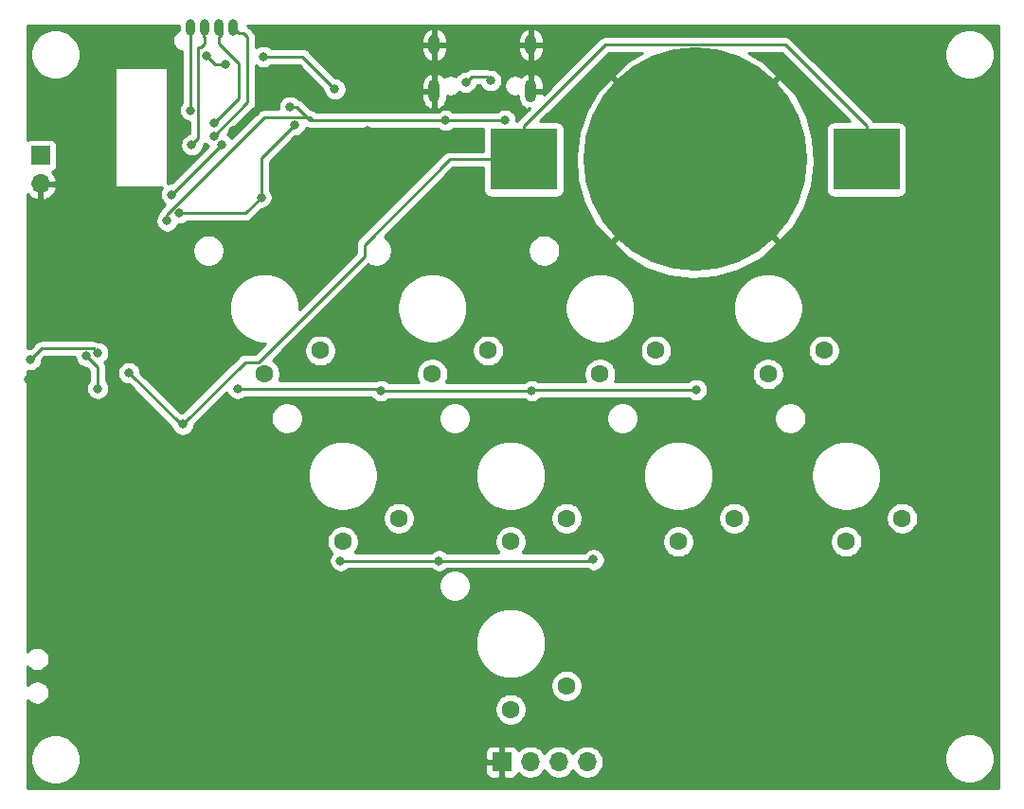
<source format=gbr>
G04 #@! TF.GenerationSoftware,KiCad,Pcbnew,5.1.5*
G04 #@! TF.CreationDate,2020-06-22T22:24:32-05:00*
G04 #@! TF.ProjectId,TwitterKeyboard,54776974-7465-4724-9b65-79626f617264,rev?*
G04 #@! TF.SameCoordinates,Original*
G04 #@! TF.FileFunction,Copper,L2,Bot*
G04 #@! TF.FilePolarity,Positive*
%FSLAX46Y46*%
G04 Gerber Fmt 4.6, Leading zero omitted, Abs format (unit mm)*
G04 Created by KiCad (PCBNEW 5.1.5) date 2020-06-22 22:24:32*
%MOMM*%
%LPD*%
G04 APERTURE LIST*
%ADD10R,6.000000X5.500000*%
%ADD11C,20.000000*%
%ADD12O,1.000000X2.100000*%
%ADD13O,1.000000X1.800000*%
%ADD14R,1.700000X1.700000*%
%ADD15O,1.700000X1.700000*%
%ADD16C,1.600000*%
%ADD17O,0.800000X1.500000*%
%ADD18C,0.800000*%
%ADD19C,0.250000*%
%ADD20C,0.254000*%
G04 APERTURE END LIST*
D10*
X132500000Y-53600000D03*
X163100000Y-53600000D03*
D11*
X147800000Y-53600000D03*
D12*
X133120000Y-47500000D03*
X124480000Y-47500000D03*
D13*
X133120000Y-43350000D03*
X124480000Y-43350000D03*
D14*
X130520000Y-107500000D03*
D15*
X133060000Y-107500000D03*
X135600000Y-107500000D03*
X138140000Y-107500000D03*
X89300000Y-55800000D03*
D14*
X89300000Y-53260000D03*
D16*
X114300000Y-70700000D03*
X109300000Y-72800000D03*
X124300000Y-72800000D03*
X129300000Y-70700000D03*
X139300000Y-72800000D03*
X144300000Y-70700000D03*
X159300000Y-70700000D03*
X154300000Y-72800000D03*
X121300000Y-85700000D03*
X116300000Y-87800000D03*
X131300000Y-87800000D03*
X136300000Y-85700000D03*
X151300000Y-85700000D03*
X146300000Y-87800000D03*
X161300000Y-87800000D03*
X166300000Y-85700000D03*
X131300000Y-102800000D03*
X136300000Y-100700000D03*
D17*
X106505000Y-41800000D03*
X105235000Y-41800000D03*
X103965000Y-41800000D03*
X102695000Y-41800000D03*
D18*
X88250000Y-73250000D03*
X88400000Y-71500000D03*
X94400000Y-70900000D03*
X97200000Y-72700000D03*
X102000000Y-77300000D03*
X114500000Y-42500000D03*
X96500000Y-43000000D03*
X106500000Y-51000000D03*
X118500000Y-51000000D03*
X101500000Y-74500000D03*
X99500000Y-70500000D03*
X88500000Y-68000000D03*
X89250000Y-82500000D03*
X110000000Y-59000000D03*
X109250000Y-42250000D03*
X101700000Y-58400000D03*
X109000000Y-57000000D03*
X115600000Y-47300000D03*
X109200000Y-44400000D03*
X105800000Y-45100000D03*
X104100000Y-44300000D03*
X112000000Y-50500000D03*
X106900000Y-74100000D03*
X119700000Y-74300000D03*
X147900000Y-74200000D03*
X133200000Y-74300000D03*
X116100000Y-89500000D03*
X124900000Y-89500000D03*
X138700000Y-89400000D03*
X93400000Y-71200000D03*
X94400000Y-74100000D03*
X127300000Y-46700000D03*
X129511898Y-46550182D03*
X100600000Y-59100000D03*
X125500000Y-50100000D03*
X130800000Y-50100000D03*
X111600000Y-48900000D03*
X104800000Y-51500000D03*
X104800000Y-50300000D03*
X102800000Y-52300000D03*
X102700000Y-49200000D03*
X101000000Y-56750000D03*
X105500000Y-52250000D03*
D19*
X88400000Y-71500000D02*
X89200000Y-70700000D01*
X94024999Y-70524999D02*
X94400000Y-70900000D01*
X89375001Y-70524999D02*
X94024999Y-70524999D01*
X89200000Y-70700000D02*
X89375001Y-70524999D01*
X101800000Y-77300000D02*
X102000000Y-77300000D01*
X97200000Y-72700000D02*
X101800000Y-77300000D01*
X125858998Y-53600000D02*
X129250000Y-53600000D01*
X118224999Y-62266001D02*
X118224999Y-61233999D01*
X108766001Y-71724999D02*
X118224999Y-62266001D01*
X129250000Y-53600000D02*
X132500000Y-53600000D01*
X107575001Y-71724999D02*
X108766001Y-71724999D01*
X118224999Y-61233999D02*
X125858998Y-53600000D01*
X102000000Y-77300000D02*
X107575001Y-71724999D01*
X155824999Y-43324999D02*
X163100000Y-50600000D01*
X139775001Y-43324999D02*
X155824999Y-43324999D01*
X163100000Y-50600000D02*
X163100000Y-53600000D01*
X132500000Y-50600000D02*
X139775001Y-43324999D01*
X132500000Y-53600000D02*
X132500000Y-50600000D01*
X107600000Y-58400000D02*
X109000000Y-57000000D01*
X101700000Y-58400000D02*
X107600000Y-58400000D01*
X112700000Y-44400000D02*
X109200000Y-44400000D01*
X115600000Y-47300000D02*
X112700000Y-44400000D01*
X104900000Y-45100000D02*
X104100000Y-44300000D01*
X105800000Y-45100000D02*
X104900000Y-45100000D01*
X111600001Y-50899999D02*
X112000000Y-50500000D01*
X109000000Y-57000000D02*
X109000000Y-53500000D01*
X109000000Y-53500000D02*
X111600001Y-50899999D01*
X119500000Y-74100000D02*
X119700000Y-74300000D01*
X106900000Y-74100000D02*
X119500000Y-74100000D01*
X119700000Y-74300000D02*
X133200000Y-74300000D01*
X147900000Y-74200000D02*
X133300000Y-74200000D01*
X133300000Y-74200000D02*
X133200000Y-74300000D01*
X116100000Y-89500000D02*
X125800000Y-89500000D01*
X125800000Y-89500000D02*
X124900000Y-89500000D01*
X138600000Y-89500000D02*
X138700000Y-89400000D01*
X125800000Y-89500000D02*
X138600000Y-89500000D01*
X94400000Y-72200000D02*
X94400000Y-74100000D01*
X93400000Y-71200000D02*
X94400000Y-72200000D01*
X129161716Y-46200000D02*
X129511898Y-46550182D01*
X127800000Y-46200000D02*
X129161716Y-46200000D01*
X127300000Y-46700000D02*
X127800000Y-46200000D01*
X130800000Y-50100000D02*
X125500000Y-50100000D01*
X113365685Y-50100000D02*
X113600000Y-50100000D01*
X111600000Y-48900000D02*
X112165685Y-48900000D01*
X112165685Y-48900000D02*
X113365685Y-50100000D01*
X113600000Y-50100000D02*
X125500000Y-50100000D01*
X100600000Y-59100000D02*
X100600000Y-58534315D01*
X100600000Y-58534315D02*
X109309317Y-49824998D01*
X109309317Y-49824998D02*
X113324998Y-49824998D01*
X113324998Y-49824998D02*
X113600000Y-50100000D01*
X107800000Y-43095000D02*
X107800000Y-48500000D01*
X107765001Y-43060001D02*
X107800000Y-43095000D01*
X107800000Y-48500000D02*
X104800000Y-51500000D01*
X107440001Y-42329999D02*
X107765001Y-42654999D01*
X107765001Y-42654999D02*
X107765001Y-43060001D01*
X107034999Y-42329999D02*
X107440001Y-42329999D01*
X106505000Y-41800000D02*
X107034999Y-42329999D01*
X107000000Y-48100000D02*
X104800000Y-50300000D01*
X107000000Y-45010002D02*
X107000000Y-48100000D01*
X105244999Y-42654999D02*
X105244999Y-43255001D01*
X105500000Y-42399998D02*
X105244999Y-42654999D01*
X105500000Y-42065000D02*
X105500000Y-42399998D01*
X105244999Y-43255001D02*
X107000000Y-45010002D01*
X105235000Y-41800000D02*
X105500000Y-42065000D01*
X103400000Y-51700000D02*
X102800000Y-52300000D01*
X103400000Y-43580001D02*
X103400000Y-51700000D01*
X103630001Y-43580001D02*
X103400000Y-43580001D01*
X103955001Y-43255001D02*
X103630001Y-43580001D01*
X103955001Y-42654999D02*
X103955001Y-43255001D01*
X103900000Y-42599998D02*
X103955001Y-42654999D01*
X103900000Y-41865000D02*
X103900000Y-42599998D01*
X103965000Y-41800000D02*
X103900000Y-41865000D01*
X102695000Y-49195000D02*
X102700000Y-49200000D01*
X102695000Y-41800000D02*
X102695000Y-49195000D01*
X101000000Y-56750000D02*
X105500000Y-52250000D01*
D20*
G36*
X101660000Y-42054529D02*
G01*
X101593428Y-42082104D01*
X101432099Y-42189901D01*
X101294901Y-42327099D01*
X101187104Y-42488428D01*
X101112853Y-42667686D01*
X101075000Y-42857986D01*
X101075000Y-43052014D01*
X101112853Y-43242314D01*
X101187104Y-43421572D01*
X101294901Y-43582901D01*
X101432099Y-43720099D01*
X101593428Y-43827896D01*
X101772686Y-43902147D01*
X101935000Y-43934433D01*
X101935001Y-48501288D01*
X101896063Y-48540226D01*
X101782795Y-48709744D01*
X101704774Y-48898102D01*
X101665000Y-49098061D01*
X101665000Y-49301939D01*
X101704774Y-49501898D01*
X101782795Y-49690256D01*
X101896063Y-49859774D01*
X102040226Y-50003937D01*
X102209744Y-50117205D01*
X102398102Y-50195226D01*
X102598061Y-50235000D01*
X102640001Y-50235000D01*
X102640001Y-51276549D01*
X102498102Y-51304774D01*
X102309744Y-51382795D01*
X102140226Y-51496063D01*
X101996063Y-51640226D01*
X101882795Y-51809744D01*
X101804774Y-51998102D01*
X101765000Y-52198061D01*
X101765000Y-52401939D01*
X101804774Y-52601898D01*
X101882795Y-52790256D01*
X101996063Y-52959774D01*
X102140226Y-53103937D01*
X102309744Y-53217205D01*
X102498102Y-53295226D01*
X102698061Y-53335000D01*
X102901939Y-53335000D01*
X103101898Y-53295226D01*
X103290256Y-53217205D01*
X103459774Y-53103937D01*
X103603937Y-52959774D01*
X103717205Y-52790256D01*
X103795226Y-52601898D01*
X103835000Y-52401939D01*
X103835000Y-52339802D01*
X103911002Y-52263800D01*
X103940001Y-52240001D01*
X104001434Y-52165145D01*
X104140226Y-52303937D01*
X104278722Y-52396477D01*
X100960199Y-55715000D01*
X100898061Y-55715000D01*
X100698102Y-55754774D01*
X100627000Y-55784226D01*
X100627000Y-45500000D01*
X100624560Y-45475224D01*
X100617333Y-45451399D01*
X100605597Y-45429443D01*
X100589803Y-45410197D01*
X100570557Y-45394403D01*
X100548601Y-45382667D01*
X100524776Y-45375440D01*
X100500000Y-45373000D01*
X96000000Y-45373000D01*
X95975224Y-45375440D01*
X95951399Y-45382667D01*
X95929443Y-45394403D01*
X95910197Y-45410197D01*
X95894403Y-45429443D01*
X95882667Y-45451399D01*
X95875440Y-45475224D01*
X95873000Y-45500000D01*
X95873000Y-56000000D01*
X95875440Y-56024776D01*
X95882667Y-56048601D01*
X95894403Y-56070557D01*
X95910197Y-56089803D01*
X95929443Y-56105597D01*
X95951399Y-56117333D01*
X95975224Y-56124560D01*
X96000000Y-56127000D01*
X100171491Y-56127000D01*
X100082795Y-56259744D01*
X100004774Y-56448102D01*
X99965000Y-56648061D01*
X99965000Y-56851939D01*
X100004774Y-57051898D01*
X100082795Y-57240256D01*
X100196063Y-57409774D01*
X100340226Y-57553937D01*
X100439347Y-57620167D01*
X100088998Y-57970516D01*
X100060000Y-57994314D01*
X100036202Y-58023312D01*
X100036201Y-58023313D01*
X99965026Y-58110039D01*
X99926137Y-58182795D01*
X99894454Y-58242068D01*
X99851013Y-58385276D01*
X99796063Y-58440226D01*
X99682795Y-58609744D01*
X99604774Y-58798102D01*
X99565000Y-58998061D01*
X99565000Y-59201939D01*
X99604774Y-59401898D01*
X99682795Y-59590256D01*
X99796063Y-59759774D01*
X99940226Y-59903937D01*
X100109744Y-60017205D01*
X100298102Y-60095226D01*
X100498061Y-60135000D01*
X100701939Y-60135000D01*
X100901898Y-60095226D01*
X101090256Y-60017205D01*
X101259774Y-59903937D01*
X101403937Y-59759774D01*
X101517205Y-59590256D01*
X101582774Y-59431959D01*
X101598061Y-59435000D01*
X101801939Y-59435000D01*
X102001898Y-59395226D01*
X102190256Y-59317205D01*
X102359774Y-59203937D01*
X102403711Y-59160000D01*
X107562678Y-59160000D01*
X107600000Y-59163676D01*
X107637322Y-59160000D01*
X107637333Y-59160000D01*
X107748986Y-59149003D01*
X107892247Y-59105546D01*
X108024276Y-59034974D01*
X108140001Y-58940001D01*
X108163804Y-58910997D01*
X109039802Y-58035000D01*
X109101939Y-58035000D01*
X109301898Y-57995226D01*
X109490256Y-57917205D01*
X109659774Y-57803937D01*
X109803937Y-57659774D01*
X109917205Y-57490256D01*
X109995226Y-57301898D01*
X110035000Y-57101939D01*
X110035000Y-56898061D01*
X109995226Y-56698102D01*
X109917205Y-56509744D01*
X109803937Y-56340226D01*
X109760000Y-56296289D01*
X109760000Y-53814801D01*
X112039802Y-51535000D01*
X112101939Y-51535000D01*
X112301898Y-51495226D01*
X112490256Y-51417205D01*
X112659774Y-51303937D01*
X112803937Y-51159774D01*
X112917205Y-50990256D01*
X112995226Y-50801898D01*
X113002087Y-50767407D01*
X113073438Y-50805546D01*
X113216699Y-50849003D01*
X113328352Y-50860000D01*
X113328361Y-50860000D01*
X113365684Y-50863676D01*
X113403007Y-50860000D01*
X113562667Y-50860000D01*
X113600000Y-50863677D01*
X113637333Y-50860000D01*
X124796289Y-50860000D01*
X124840226Y-50903937D01*
X125009744Y-51017205D01*
X125198102Y-51095226D01*
X125398061Y-51135000D01*
X125601939Y-51135000D01*
X125801898Y-51095226D01*
X125990256Y-51017205D01*
X126159774Y-50903937D01*
X126203711Y-50860000D01*
X128861928Y-50860000D01*
X128861928Y-52840000D01*
X125896321Y-52840000D01*
X125858998Y-52836324D01*
X125821675Y-52840000D01*
X125821665Y-52840000D01*
X125710012Y-52850997D01*
X125566751Y-52894454D01*
X125434721Y-52965026D01*
X125385348Y-53005546D01*
X125318997Y-53059999D01*
X125295199Y-53088997D01*
X117713997Y-60670200D01*
X117684999Y-60693998D01*
X117661201Y-60722996D01*
X117661200Y-60722997D01*
X117590025Y-60809723D01*
X117519453Y-60941753D01*
X117475997Y-61085014D01*
X117461323Y-61233999D01*
X117465000Y-61271331D01*
X117464999Y-61951199D01*
X112435000Y-66981199D01*
X112435000Y-66591229D01*
X112314524Y-65985554D01*
X112078201Y-65415021D01*
X111735114Y-64901554D01*
X111298446Y-64464886D01*
X110784979Y-64121799D01*
X110214446Y-63885476D01*
X109608771Y-63765000D01*
X108991229Y-63765000D01*
X108385554Y-63885476D01*
X107815021Y-64121799D01*
X107301554Y-64464886D01*
X106864886Y-64901554D01*
X106521799Y-65415021D01*
X106285476Y-65985554D01*
X106165000Y-66591229D01*
X106165000Y-67208771D01*
X106285476Y-67814446D01*
X106521799Y-68384979D01*
X106864886Y-68898446D01*
X107301554Y-69335114D01*
X107815021Y-69678201D01*
X108385554Y-69914524D01*
X108991229Y-70035000D01*
X109381199Y-70035000D01*
X108451200Y-70964999D01*
X107612323Y-70964999D01*
X107575000Y-70961323D01*
X107537677Y-70964999D01*
X107537668Y-70964999D01*
X107426015Y-70975996D01*
X107314761Y-71009744D01*
X107282754Y-71019453D01*
X107150724Y-71090025D01*
X107108990Y-71124276D01*
X107035000Y-71184998D01*
X107011202Y-71213996D01*
X101960199Y-76265000D01*
X101898061Y-76265000D01*
X101849468Y-76274666D01*
X98235000Y-72660199D01*
X98235000Y-72598061D01*
X98195226Y-72398102D01*
X98117205Y-72209744D01*
X98003937Y-72040226D01*
X97859774Y-71896063D01*
X97690256Y-71782795D01*
X97501898Y-71704774D01*
X97301939Y-71665000D01*
X97098061Y-71665000D01*
X96898102Y-71704774D01*
X96709744Y-71782795D01*
X96540226Y-71896063D01*
X96396063Y-72040226D01*
X96282795Y-72209744D01*
X96204774Y-72398102D01*
X96165000Y-72598061D01*
X96165000Y-72801939D01*
X96204774Y-73001898D01*
X96282795Y-73190256D01*
X96396063Y-73359774D01*
X96540226Y-73503937D01*
X96709744Y-73617205D01*
X96898102Y-73695226D01*
X97098061Y-73735000D01*
X97160199Y-73735000D01*
X100999232Y-77574035D01*
X101004774Y-77601898D01*
X101082795Y-77790256D01*
X101196063Y-77959774D01*
X101340226Y-78103937D01*
X101509744Y-78217205D01*
X101698102Y-78295226D01*
X101898061Y-78335000D01*
X102101939Y-78335000D01*
X102301898Y-78295226D01*
X102490256Y-78217205D01*
X102659774Y-78103937D01*
X102803937Y-77959774D01*
X102917205Y-77790256D01*
X102995226Y-77601898D01*
X103035000Y-77401939D01*
X103035000Y-77339801D01*
X103766136Y-76608665D01*
X109865000Y-76608665D01*
X109865000Y-76891335D01*
X109920147Y-77168574D01*
X110028320Y-77429727D01*
X110185363Y-77664759D01*
X110385241Y-77864637D01*
X110620273Y-78021680D01*
X110881426Y-78129853D01*
X111158665Y-78185000D01*
X111441335Y-78185000D01*
X111718574Y-78129853D01*
X111979727Y-78021680D01*
X112214759Y-77864637D01*
X112414637Y-77664759D01*
X112571680Y-77429727D01*
X112679853Y-77168574D01*
X112735000Y-76891335D01*
X112735000Y-76608665D01*
X124865000Y-76608665D01*
X124865000Y-76891335D01*
X124920147Y-77168574D01*
X125028320Y-77429727D01*
X125185363Y-77664759D01*
X125385241Y-77864637D01*
X125620273Y-78021680D01*
X125881426Y-78129853D01*
X126158665Y-78185000D01*
X126441335Y-78185000D01*
X126718574Y-78129853D01*
X126979727Y-78021680D01*
X127214759Y-77864637D01*
X127414637Y-77664759D01*
X127571680Y-77429727D01*
X127679853Y-77168574D01*
X127735000Y-76891335D01*
X127735000Y-76608665D01*
X139865000Y-76608665D01*
X139865000Y-76891335D01*
X139920147Y-77168574D01*
X140028320Y-77429727D01*
X140185363Y-77664759D01*
X140385241Y-77864637D01*
X140620273Y-78021680D01*
X140881426Y-78129853D01*
X141158665Y-78185000D01*
X141441335Y-78185000D01*
X141718574Y-78129853D01*
X141979727Y-78021680D01*
X142214759Y-77864637D01*
X142414637Y-77664759D01*
X142571680Y-77429727D01*
X142679853Y-77168574D01*
X142735000Y-76891335D01*
X142735000Y-76608665D01*
X154865000Y-76608665D01*
X154865000Y-76891335D01*
X154920147Y-77168574D01*
X155028320Y-77429727D01*
X155185363Y-77664759D01*
X155385241Y-77864637D01*
X155620273Y-78021680D01*
X155881426Y-78129853D01*
X156158665Y-78185000D01*
X156441335Y-78185000D01*
X156718574Y-78129853D01*
X156979727Y-78021680D01*
X157214759Y-77864637D01*
X157414637Y-77664759D01*
X157571680Y-77429727D01*
X157679853Y-77168574D01*
X157735000Y-76891335D01*
X157735000Y-76608665D01*
X157679853Y-76331426D01*
X157571680Y-76070273D01*
X157414637Y-75835241D01*
X157214759Y-75635363D01*
X156979727Y-75478320D01*
X156718574Y-75370147D01*
X156441335Y-75315000D01*
X156158665Y-75315000D01*
X155881426Y-75370147D01*
X155620273Y-75478320D01*
X155385241Y-75635363D01*
X155185363Y-75835241D01*
X155028320Y-76070273D01*
X154920147Y-76331426D01*
X154865000Y-76608665D01*
X142735000Y-76608665D01*
X142679853Y-76331426D01*
X142571680Y-76070273D01*
X142414637Y-75835241D01*
X142214759Y-75635363D01*
X141979727Y-75478320D01*
X141718574Y-75370147D01*
X141441335Y-75315000D01*
X141158665Y-75315000D01*
X140881426Y-75370147D01*
X140620273Y-75478320D01*
X140385241Y-75635363D01*
X140185363Y-75835241D01*
X140028320Y-76070273D01*
X139920147Y-76331426D01*
X139865000Y-76608665D01*
X127735000Y-76608665D01*
X127679853Y-76331426D01*
X127571680Y-76070273D01*
X127414637Y-75835241D01*
X127214759Y-75635363D01*
X126979727Y-75478320D01*
X126718574Y-75370147D01*
X126441335Y-75315000D01*
X126158665Y-75315000D01*
X125881426Y-75370147D01*
X125620273Y-75478320D01*
X125385241Y-75635363D01*
X125185363Y-75835241D01*
X125028320Y-76070273D01*
X124920147Y-76331426D01*
X124865000Y-76608665D01*
X112735000Y-76608665D01*
X112679853Y-76331426D01*
X112571680Y-76070273D01*
X112414637Y-75835241D01*
X112214759Y-75635363D01*
X111979727Y-75478320D01*
X111718574Y-75370147D01*
X111441335Y-75315000D01*
X111158665Y-75315000D01*
X110881426Y-75370147D01*
X110620273Y-75478320D01*
X110385241Y-75635363D01*
X110185363Y-75835241D01*
X110028320Y-76070273D01*
X109920147Y-76331426D01*
X109865000Y-76608665D01*
X103766136Y-76608665D01*
X105924729Y-74450073D01*
X105982795Y-74590256D01*
X106096063Y-74759774D01*
X106240226Y-74903937D01*
X106409744Y-75017205D01*
X106598102Y-75095226D01*
X106798061Y-75135000D01*
X107001939Y-75135000D01*
X107201898Y-75095226D01*
X107390256Y-75017205D01*
X107559774Y-74903937D01*
X107603711Y-74860000D01*
X118829396Y-74860000D01*
X118896063Y-74959774D01*
X119040226Y-75103937D01*
X119209744Y-75217205D01*
X119398102Y-75295226D01*
X119598061Y-75335000D01*
X119801939Y-75335000D01*
X120001898Y-75295226D01*
X120190256Y-75217205D01*
X120359774Y-75103937D01*
X120403711Y-75060000D01*
X132496289Y-75060000D01*
X132540226Y-75103937D01*
X132709744Y-75217205D01*
X132898102Y-75295226D01*
X133098061Y-75335000D01*
X133301939Y-75335000D01*
X133501898Y-75295226D01*
X133690256Y-75217205D01*
X133859774Y-75103937D01*
X134003711Y-74960000D01*
X147196289Y-74960000D01*
X147240226Y-75003937D01*
X147409744Y-75117205D01*
X147598102Y-75195226D01*
X147798061Y-75235000D01*
X148001939Y-75235000D01*
X148201898Y-75195226D01*
X148390256Y-75117205D01*
X148559774Y-75003937D01*
X148703937Y-74859774D01*
X148817205Y-74690256D01*
X148895226Y-74501898D01*
X148935000Y-74301939D01*
X148935000Y-74098061D01*
X148895226Y-73898102D01*
X148817205Y-73709744D01*
X148703937Y-73540226D01*
X148559774Y-73396063D01*
X148390256Y-73282795D01*
X148201898Y-73204774D01*
X148001939Y-73165000D01*
X147798061Y-73165000D01*
X147598102Y-73204774D01*
X147409744Y-73282795D01*
X147240226Y-73396063D01*
X147196289Y-73440000D01*
X140588135Y-73440000D01*
X140679853Y-73218574D01*
X140735000Y-72941335D01*
X140735000Y-72658665D01*
X152865000Y-72658665D01*
X152865000Y-72941335D01*
X152920147Y-73218574D01*
X153028320Y-73479727D01*
X153185363Y-73714759D01*
X153385241Y-73914637D01*
X153620273Y-74071680D01*
X153881426Y-74179853D01*
X154158665Y-74235000D01*
X154441335Y-74235000D01*
X154718574Y-74179853D01*
X154979727Y-74071680D01*
X155214759Y-73914637D01*
X155414637Y-73714759D01*
X155571680Y-73479727D01*
X155679853Y-73218574D01*
X155735000Y-72941335D01*
X155735000Y-72658665D01*
X155679853Y-72381426D01*
X155571680Y-72120273D01*
X155414637Y-71885241D01*
X155214759Y-71685363D01*
X154979727Y-71528320D01*
X154718574Y-71420147D01*
X154441335Y-71365000D01*
X154158665Y-71365000D01*
X153881426Y-71420147D01*
X153620273Y-71528320D01*
X153385241Y-71685363D01*
X153185363Y-71885241D01*
X153028320Y-72120273D01*
X152920147Y-72381426D01*
X152865000Y-72658665D01*
X140735000Y-72658665D01*
X140679853Y-72381426D01*
X140571680Y-72120273D01*
X140414637Y-71885241D01*
X140214759Y-71685363D01*
X139979727Y-71528320D01*
X139718574Y-71420147D01*
X139441335Y-71365000D01*
X139158665Y-71365000D01*
X138881426Y-71420147D01*
X138620273Y-71528320D01*
X138385241Y-71685363D01*
X138185363Y-71885241D01*
X138028320Y-72120273D01*
X137920147Y-72381426D01*
X137865000Y-72658665D01*
X137865000Y-72941335D01*
X137920147Y-73218574D01*
X138011865Y-73440000D01*
X133775870Y-73440000D01*
X133690256Y-73382795D01*
X133501898Y-73304774D01*
X133301939Y-73265000D01*
X133098061Y-73265000D01*
X132898102Y-73304774D01*
X132709744Y-73382795D01*
X132540226Y-73496063D01*
X132496289Y-73540000D01*
X125531407Y-73540000D01*
X125571680Y-73479727D01*
X125679853Y-73218574D01*
X125735000Y-72941335D01*
X125735000Y-72658665D01*
X125679853Y-72381426D01*
X125571680Y-72120273D01*
X125414637Y-71885241D01*
X125214759Y-71685363D01*
X124979727Y-71528320D01*
X124718574Y-71420147D01*
X124441335Y-71365000D01*
X124158665Y-71365000D01*
X123881426Y-71420147D01*
X123620273Y-71528320D01*
X123385241Y-71685363D01*
X123185363Y-71885241D01*
X123028320Y-72120273D01*
X122920147Y-72381426D01*
X122865000Y-72658665D01*
X122865000Y-72941335D01*
X122920147Y-73218574D01*
X123028320Y-73479727D01*
X123068593Y-73540000D01*
X120403711Y-73540000D01*
X120359774Y-73496063D01*
X120190256Y-73382795D01*
X120001898Y-73304774D01*
X119801939Y-73265000D01*
X119598061Y-73265000D01*
X119398102Y-73304774D01*
X119313060Y-73340000D01*
X110629557Y-73340000D01*
X110679853Y-73218574D01*
X110735000Y-72941335D01*
X110735000Y-72658665D01*
X110679853Y-72381426D01*
X110571680Y-72120273D01*
X110414637Y-71885241D01*
X110214759Y-71685363D01*
X110014348Y-71551453D01*
X111007136Y-70558665D01*
X112865000Y-70558665D01*
X112865000Y-70841335D01*
X112920147Y-71118574D01*
X113028320Y-71379727D01*
X113185363Y-71614759D01*
X113385241Y-71814637D01*
X113620273Y-71971680D01*
X113881426Y-72079853D01*
X114158665Y-72135000D01*
X114441335Y-72135000D01*
X114718574Y-72079853D01*
X114979727Y-71971680D01*
X115214759Y-71814637D01*
X115414637Y-71614759D01*
X115571680Y-71379727D01*
X115679853Y-71118574D01*
X115735000Y-70841335D01*
X115735000Y-70558665D01*
X127865000Y-70558665D01*
X127865000Y-70841335D01*
X127920147Y-71118574D01*
X128028320Y-71379727D01*
X128185363Y-71614759D01*
X128385241Y-71814637D01*
X128620273Y-71971680D01*
X128881426Y-72079853D01*
X129158665Y-72135000D01*
X129441335Y-72135000D01*
X129718574Y-72079853D01*
X129979727Y-71971680D01*
X130214759Y-71814637D01*
X130414637Y-71614759D01*
X130571680Y-71379727D01*
X130679853Y-71118574D01*
X130735000Y-70841335D01*
X130735000Y-70558665D01*
X142865000Y-70558665D01*
X142865000Y-70841335D01*
X142920147Y-71118574D01*
X143028320Y-71379727D01*
X143185363Y-71614759D01*
X143385241Y-71814637D01*
X143620273Y-71971680D01*
X143881426Y-72079853D01*
X144158665Y-72135000D01*
X144441335Y-72135000D01*
X144718574Y-72079853D01*
X144979727Y-71971680D01*
X145214759Y-71814637D01*
X145414637Y-71614759D01*
X145571680Y-71379727D01*
X145679853Y-71118574D01*
X145735000Y-70841335D01*
X145735000Y-70558665D01*
X157865000Y-70558665D01*
X157865000Y-70841335D01*
X157920147Y-71118574D01*
X158028320Y-71379727D01*
X158185363Y-71614759D01*
X158385241Y-71814637D01*
X158620273Y-71971680D01*
X158881426Y-72079853D01*
X159158665Y-72135000D01*
X159441335Y-72135000D01*
X159718574Y-72079853D01*
X159979727Y-71971680D01*
X160214759Y-71814637D01*
X160414637Y-71614759D01*
X160571680Y-71379727D01*
X160679853Y-71118574D01*
X160735000Y-70841335D01*
X160735000Y-70558665D01*
X160679853Y-70281426D01*
X160571680Y-70020273D01*
X160414637Y-69785241D01*
X160214759Y-69585363D01*
X159979727Y-69428320D01*
X159718574Y-69320147D01*
X159441335Y-69265000D01*
X159158665Y-69265000D01*
X158881426Y-69320147D01*
X158620273Y-69428320D01*
X158385241Y-69585363D01*
X158185363Y-69785241D01*
X158028320Y-70020273D01*
X157920147Y-70281426D01*
X157865000Y-70558665D01*
X145735000Y-70558665D01*
X145679853Y-70281426D01*
X145571680Y-70020273D01*
X145414637Y-69785241D01*
X145214759Y-69585363D01*
X144979727Y-69428320D01*
X144718574Y-69320147D01*
X144441335Y-69265000D01*
X144158665Y-69265000D01*
X143881426Y-69320147D01*
X143620273Y-69428320D01*
X143385241Y-69585363D01*
X143185363Y-69785241D01*
X143028320Y-70020273D01*
X142920147Y-70281426D01*
X142865000Y-70558665D01*
X130735000Y-70558665D01*
X130679853Y-70281426D01*
X130571680Y-70020273D01*
X130414637Y-69785241D01*
X130214759Y-69585363D01*
X129979727Y-69428320D01*
X129718574Y-69320147D01*
X129441335Y-69265000D01*
X129158665Y-69265000D01*
X128881426Y-69320147D01*
X128620273Y-69428320D01*
X128385241Y-69585363D01*
X128185363Y-69785241D01*
X128028320Y-70020273D01*
X127920147Y-70281426D01*
X127865000Y-70558665D01*
X115735000Y-70558665D01*
X115679853Y-70281426D01*
X115571680Y-70020273D01*
X115414637Y-69785241D01*
X115214759Y-69585363D01*
X114979727Y-69428320D01*
X114718574Y-69320147D01*
X114441335Y-69265000D01*
X114158665Y-69265000D01*
X113881426Y-69320147D01*
X113620273Y-69428320D01*
X113385241Y-69585363D01*
X113185363Y-69785241D01*
X113028320Y-70020273D01*
X112920147Y-70281426D01*
X112865000Y-70558665D01*
X111007136Y-70558665D01*
X114974572Y-66591229D01*
X121165000Y-66591229D01*
X121165000Y-67208771D01*
X121285476Y-67814446D01*
X121521799Y-68384979D01*
X121864886Y-68898446D01*
X122301554Y-69335114D01*
X122815021Y-69678201D01*
X123385554Y-69914524D01*
X123991229Y-70035000D01*
X124608771Y-70035000D01*
X125214446Y-69914524D01*
X125784979Y-69678201D01*
X126298446Y-69335114D01*
X126735114Y-68898446D01*
X127078201Y-68384979D01*
X127314524Y-67814446D01*
X127435000Y-67208771D01*
X127435000Y-66591229D01*
X136165000Y-66591229D01*
X136165000Y-67208771D01*
X136285476Y-67814446D01*
X136521799Y-68384979D01*
X136864886Y-68898446D01*
X137301554Y-69335114D01*
X137815021Y-69678201D01*
X138385554Y-69914524D01*
X138991229Y-70035000D01*
X139608771Y-70035000D01*
X140214446Y-69914524D01*
X140784979Y-69678201D01*
X141298446Y-69335114D01*
X141735114Y-68898446D01*
X142078201Y-68384979D01*
X142314524Y-67814446D01*
X142435000Y-67208771D01*
X142435000Y-66591229D01*
X151165000Y-66591229D01*
X151165000Y-67208771D01*
X151285476Y-67814446D01*
X151521799Y-68384979D01*
X151864886Y-68898446D01*
X152301554Y-69335114D01*
X152815021Y-69678201D01*
X153385554Y-69914524D01*
X153991229Y-70035000D01*
X154608771Y-70035000D01*
X155214446Y-69914524D01*
X155784979Y-69678201D01*
X156298446Y-69335114D01*
X156735114Y-68898446D01*
X157078201Y-68384979D01*
X157314524Y-67814446D01*
X157435000Y-67208771D01*
X157435000Y-66591229D01*
X157314524Y-65985554D01*
X157078201Y-65415021D01*
X156735114Y-64901554D01*
X156298446Y-64464886D01*
X155784979Y-64121799D01*
X155214446Y-63885476D01*
X154608771Y-63765000D01*
X153991229Y-63765000D01*
X153385554Y-63885476D01*
X152815021Y-64121799D01*
X152301554Y-64464886D01*
X151864886Y-64901554D01*
X151521799Y-65415021D01*
X151285476Y-65985554D01*
X151165000Y-66591229D01*
X142435000Y-66591229D01*
X142314524Y-65985554D01*
X142078201Y-65415021D01*
X141735114Y-64901554D01*
X141298446Y-64464886D01*
X140784979Y-64121799D01*
X140214446Y-63885476D01*
X139608771Y-63765000D01*
X138991229Y-63765000D01*
X138385554Y-63885476D01*
X137815021Y-64121799D01*
X137301554Y-64464886D01*
X136864886Y-64901554D01*
X136521799Y-65415021D01*
X136285476Y-65985554D01*
X136165000Y-66591229D01*
X127435000Y-66591229D01*
X127314524Y-65985554D01*
X127078201Y-65415021D01*
X126735114Y-64901554D01*
X126298446Y-64464886D01*
X125784979Y-64121799D01*
X125214446Y-63885476D01*
X124608771Y-63765000D01*
X123991229Y-63765000D01*
X123385554Y-63885476D01*
X122815021Y-64121799D01*
X122301554Y-64464886D01*
X121864886Y-64901554D01*
X121521799Y-65415021D01*
X121285476Y-65985554D01*
X121165000Y-66591229D01*
X114974572Y-66591229D01*
X118574624Y-62991178D01*
X118620273Y-63021680D01*
X118881426Y-63129853D01*
X119158665Y-63185000D01*
X119441335Y-63185000D01*
X119718574Y-63129853D01*
X119979727Y-63021680D01*
X120214759Y-62864637D01*
X120414637Y-62664759D01*
X120571680Y-62429727D01*
X120679853Y-62168574D01*
X120735000Y-61891335D01*
X120735000Y-61608665D01*
X132865000Y-61608665D01*
X132865000Y-61891335D01*
X132920147Y-62168574D01*
X133028320Y-62429727D01*
X133185363Y-62664759D01*
X133385241Y-62864637D01*
X133620273Y-63021680D01*
X133881426Y-63129853D01*
X134158665Y-63185000D01*
X134441335Y-63185000D01*
X134718574Y-63129853D01*
X134979727Y-63021680D01*
X135214759Y-62864637D01*
X135414637Y-62664759D01*
X135571680Y-62429727D01*
X135679853Y-62168574D01*
X135735000Y-61891335D01*
X135735000Y-61608665D01*
X135679853Y-61331426D01*
X135597860Y-61133475D01*
X140446130Y-61133475D01*
X141621847Y-62319564D01*
X143441661Y-63357318D01*
X145428963Y-64020104D01*
X147507384Y-64282450D01*
X149597049Y-64134277D01*
X151617655Y-63581277D01*
X153491551Y-62644702D01*
X153978153Y-62319564D01*
X155153870Y-61133475D01*
X147800000Y-53779605D01*
X140446130Y-61133475D01*
X135597860Y-61133475D01*
X135571680Y-61070273D01*
X135414637Y-60835241D01*
X135214759Y-60635363D01*
X134979727Y-60478320D01*
X134718574Y-60370147D01*
X134441335Y-60315000D01*
X134158665Y-60315000D01*
X133881426Y-60370147D01*
X133620273Y-60478320D01*
X133385241Y-60635363D01*
X133185363Y-60835241D01*
X133028320Y-61070273D01*
X132920147Y-61331426D01*
X132865000Y-61608665D01*
X120735000Y-61608665D01*
X120679853Y-61331426D01*
X120571680Y-61070273D01*
X120414637Y-60835241D01*
X120214759Y-60635363D01*
X120025137Y-60508662D01*
X126173800Y-54360000D01*
X128861928Y-54360000D01*
X128861928Y-56350000D01*
X128874188Y-56474482D01*
X128910498Y-56594180D01*
X128969463Y-56704494D01*
X129048815Y-56801185D01*
X129145506Y-56880537D01*
X129255820Y-56939502D01*
X129375518Y-56975812D01*
X129500000Y-56988072D01*
X135500000Y-56988072D01*
X135624482Y-56975812D01*
X135744180Y-56939502D01*
X135854494Y-56880537D01*
X135951185Y-56801185D01*
X136030537Y-56704494D01*
X136089502Y-56594180D01*
X136125812Y-56474482D01*
X136138072Y-56350000D01*
X136138072Y-53307384D01*
X137117550Y-53307384D01*
X137265723Y-55397049D01*
X137818723Y-57417655D01*
X138755298Y-59291551D01*
X139080436Y-59778153D01*
X140266525Y-60953870D01*
X147620395Y-53600000D01*
X147979605Y-53600000D01*
X155333475Y-60953870D01*
X156519564Y-59778153D01*
X157557318Y-57958339D01*
X158220104Y-55971037D01*
X158482450Y-53892616D01*
X158334277Y-51802951D01*
X157781277Y-49782345D01*
X156844702Y-47908449D01*
X156519564Y-47421847D01*
X155333475Y-46246130D01*
X147979605Y-53600000D01*
X147620395Y-53600000D01*
X140266525Y-46246130D01*
X139080436Y-47421847D01*
X138042682Y-49241661D01*
X137379896Y-51228963D01*
X137117550Y-53307384D01*
X136138072Y-53307384D01*
X136138072Y-50850000D01*
X136125812Y-50725518D01*
X136089502Y-50605820D01*
X136030537Y-50495506D01*
X135951185Y-50398815D01*
X135854494Y-50319463D01*
X135744180Y-50260498D01*
X135624482Y-50224188D01*
X135500000Y-50211928D01*
X133962873Y-50211928D01*
X140089803Y-44084999D01*
X143049422Y-44084999D01*
X142108449Y-44555298D01*
X141621847Y-44880436D01*
X140446130Y-46066525D01*
X147800000Y-53420395D01*
X155153870Y-46066525D01*
X153978153Y-44880436D01*
X152583268Y-44084999D01*
X155510198Y-44084999D01*
X161637126Y-50211928D01*
X160100000Y-50211928D01*
X159975518Y-50224188D01*
X159855820Y-50260498D01*
X159745506Y-50319463D01*
X159648815Y-50398815D01*
X159569463Y-50495506D01*
X159510498Y-50605820D01*
X159474188Y-50725518D01*
X159461928Y-50850000D01*
X159461928Y-56350000D01*
X159474188Y-56474482D01*
X159510498Y-56594180D01*
X159569463Y-56704494D01*
X159648815Y-56801185D01*
X159745506Y-56880537D01*
X159855820Y-56939502D01*
X159975518Y-56975812D01*
X160100000Y-56988072D01*
X166100000Y-56988072D01*
X166224482Y-56975812D01*
X166344180Y-56939502D01*
X166454494Y-56880537D01*
X166551185Y-56801185D01*
X166630537Y-56704494D01*
X166689502Y-56594180D01*
X166725812Y-56474482D01*
X166738072Y-56350000D01*
X166738072Y-50850000D01*
X166725812Y-50725518D01*
X166689502Y-50605820D01*
X166630537Y-50495506D01*
X166551185Y-50398815D01*
X166454494Y-50319463D01*
X166344180Y-50260498D01*
X166224482Y-50224188D01*
X166100000Y-50211928D01*
X163754326Y-50211928D01*
X163734974Y-50175723D01*
X163663799Y-50088997D01*
X163640001Y-50059999D01*
X163611004Y-50036202D01*
X157554674Y-43979872D01*
X170065000Y-43979872D01*
X170065000Y-44420128D01*
X170150890Y-44851925D01*
X170319369Y-45258669D01*
X170563962Y-45624729D01*
X170875271Y-45936038D01*
X171241331Y-46180631D01*
X171648075Y-46349110D01*
X172079872Y-46435000D01*
X172520128Y-46435000D01*
X172951925Y-46349110D01*
X173358669Y-46180631D01*
X173724729Y-45936038D01*
X174036038Y-45624729D01*
X174280631Y-45258669D01*
X174449110Y-44851925D01*
X174535000Y-44420128D01*
X174535000Y-43979872D01*
X174449110Y-43548075D01*
X174280631Y-43141331D01*
X174036038Y-42775271D01*
X173724729Y-42463962D01*
X173358669Y-42219369D01*
X172951925Y-42050890D01*
X172520128Y-41965000D01*
X172079872Y-41965000D01*
X171648075Y-42050890D01*
X171241331Y-42219369D01*
X170875271Y-42463962D01*
X170563962Y-42775271D01*
X170319369Y-43141331D01*
X170150890Y-43548075D01*
X170065000Y-43979872D01*
X157554674Y-43979872D01*
X156388803Y-42814002D01*
X156365000Y-42784998D01*
X156249275Y-42690025D01*
X156117246Y-42619453D01*
X155973985Y-42575996D01*
X155862332Y-42564999D01*
X155862321Y-42564999D01*
X155824999Y-42561323D01*
X155787677Y-42564999D01*
X139812323Y-42564999D01*
X139775000Y-42561323D01*
X139737677Y-42564999D01*
X139737668Y-42564999D01*
X139626015Y-42575996D01*
X139530397Y-42605001D01*
X139482754Y-42619453D01*
X139350724Y-42690025D01*
X139278884Y-42748983D01*
X139235000Y-42784998D01*
X139211202Y-42813996D01*
X134255000Y-47770199D01*
X134255000Y-47627000D01*
X133247000Y-47627000D01*
X133247000Y-47647000D01*
X132993000Y-47647000D01*
X132993000Y-47627000D01*
X132973000Y-47627000D01*
X132973000Y-47373000D01*
X132993000Y-47373000D01*
X132993000Y-45982046D01*
X133247000Y-45982046D01*
X133247000Y-47373000D01*
X134255000Y-47373000D01*
X134255000Y-46823000D01*
X134208415Y-46604013D01*
X134120003Y-46398322D01*
X133993161Y-46213831D01*
X133832764Y-46057631D01*
X133644976Y-45935724D01*
X133421874Y-45855881D01*
X133247000Y-45982046D01*
X132993000Y-45982046D01*
X132818126Y-45855881D01*
X132595024Y-45935724D01*
X132407236Y-46057631D01*
X132246839Y-46213831D01*
X132245117Y-46216335D01*
X132144731Y-46149259D01*
X131970022Y-46076892D01*
X131784552Y-46040000D01*
X131595448Y-46040000D01*
X131409978Y-46076892D01*
X131235269Y-46149259D01*
X131078036Y-46254319D01*
X130944319Y-46388036D01*
X130839259Y-46545269D01*
X130766892Y-46719978D01*
X130730000Y-46905448D01*
X130730000Y-47094552D01*
X130766892Y-47280022D01*
X130839259Y-47454731D01*
X130944319Y-47611964D01*
X131078036Y-47745681D01*
X131235269Y-47850741D01*
X131409978Y-47923108D01*
X131595448Y-47960000D01*
X131784552Y-47960000D01*
X131970022Y-47923108D01*
X131985000Y-47916904D01*
X131985000Y-48177000D01*
X132031585Y-48395987D01*
X132119997Y-48601678D01*
X132246839Y-48786169D01*
X132407236Y-48942369D01*
X132595024Y-49064276D01*
X132818126Y-49144119D01*
X132992998Y-49017955D01*
X132992998Y-49032201D01*
X131988998Y-50036201D01*
X131960000Y-50059999D01*
X131936202Y-50088997D01*
X131936201Y-50088998D01*
X131865026Y-50175724D01*
X131845674Y-50211928D01*
X131833013Y-50211928D01*
X131835000Y-50201939D01*
X131835000Y-49998061D01*
X131795226Y-49798102D01*
X131717205Y-49609744D01*
X131603937Y-49440226D01*
X131459774Y-49296063D01*
X131290256Y-49182795D01*
X131101898Y-49104774D01*
X130901939Y-49065000D01*
X130698061Y-49065000D01*
X130498102Y-49104774D01*
X130309744Y-49182795D01*
X130140226Y-49296063D01*
X130096289Y-49340000D01*
X126203711Y-49340000D01*
X126159774Y-49296063D01*
X125990256Y-49182795D01*
X125801898Y-49104774D01*
X125601939Y-49065000D01*
X125398061Y-49065000D01*
X125198102Y-49104774D01*
X125009744Y-49182795D01*
X124840226Y-49296063D01*
X124796289Y-49340000D01*
X113914801Y-49340000D01*
X113888802Y-49314001D01*
X113864999Y-49284997D01*
X113749274Y-49190024D01*
X113617245Y-49119452D01*
X113473984Y-49075995D01*
X113410199Y-49069713D01*
X112729489Y-48389003D01*
X112705686Y-48359999D01*
X112589961Y-48265026D01*
X112457932Y-48194454D01*
X112314724Y-48151013D01*
X112259774Y-48096063D01*
X112090256Y-47982795D01*
X111901898Y-47904774D01*
X111701939Y-47865000D01*
X111498061Y-47865000D01*
X111298102Y-47904774D01*
X111109744Y-47982795D01*
X110940226Y-48096063D01*
X110796063Y-48240226D01*
X110682795Y-48409744D01*
X110604774Y-48598102D01*
X110565000Y-48798061D01*
X110565000Y-49001939D01*
X110577543Y-49064998D01*
X109346639Y-49064998D01*
X109309316Y-49061322D01*
X109271993Y-49064998D01*
X109271984Y-49064998D01*
X109160331Y-49075995D01*
X109017070Y-49119452D01*
X108885041Y-49190024D01*
X108769316Y-49284997D01*
X108745518Y-49313995D01*
X106370167Y-51689346D01*
X106303937Y-51590226D01*
X106159774Y-51446063D01*
X106021278Y-51353523D01*
X108311003Y-49063799D01*
X108340001Y-49040001D01*
X108434974Y-48924276D01*
X108505546Y-48792247D01*
X108549003Y-48648986D01*
X108560000Y-48537333D01*
X108560000Y-48537325D01*
X108563676Y-48500000D01*
X108560000Y-48462675D01*
X108560000Y-45217150D01*
X108709744Y-45317205D01*
X108898102Y-45395226D01*
X109098061Y-45435000D01*
X109301939Y-45435000D01*
X109501898Y-45395226D01*
X109690256Y-45317205D01*
X109859774Y-45203937D01*
X109903711Y-45160000D01*
X112385199Y-45160000D01*
X114565000Y-47339802D01*
X114565000Y-47401939D01*
X114604774Y-47601898D01*
X114682795Y-47790256D01*
X114796063Y-47959774D01*
X114940226Y-48103937D01*
X115109744Y-48217205D01*
X115298102Y-48295226D01*
X115498061Y-48335000D01*
X115701939Y-48335000D01*
X115901898Y-48295226D01*
X116090256Y-48217205D01*
X116259774Y-48103937D01*
X116403937Y-47959774D01*
X116517205Y-47790256D01*
X116584828Y-47627000D01*
X123345000Y-47627000D01*
X123345000Y-48177000D01*
X123391585Y-48395987D01*
X123479997Y-48601678D01*
X123606839Y-48786169D01*
X123767236Y-48942369D01*
X123955024Y-49064276D01*
X124178126Y-49144119D01*
X124353000Y-49017954D01*
X124353000Y-47627000D01*
X123345000Y-47627000D01*
X116584828Y-47627000D01*
X116595226Y-47601898D01*
X116635000Y-47401939D01*
X116635000Y-47198061D01*
X116595226Y-46998102D01*
X116522696Y-46823000D01*
X123345000Y-46823000D01*
X123345000Y-47373000D01*
X124353000Y-47373000D01*
X124353000Y-45982046D01*
X124607000Y-45982046D01*
X124607000Y-47373000D01*
X124627000Y-47373000D01*
X124627000Y-47627000D01*
X124607000Y-47627000D01*
X124607000Y-49017954D01*
X124781874Y-49144119D01*
X125004976Y-49064276D01*
X125192764Y-48942369D01*
X125353161Y-48786169D01*
X125480003Y-48601678D01*
X125568415Y-48395987D01*
X125615000Y-48177000D01*
X125615000Y-47916904D01*
X125629978Y-47923108D01*
X125815448Y-47960000D01*
X126004552Y-47960000D01*
X126190022Y-47923108D01*
X126364731Y-47850741D01*
X126521964Y-47745681D01*
X126655681Y-47611964D01*
X126700813Y-47544420D01*
X126809744Y-47617205D01*
X126998102Y-47695226D01*
X127198061Y-47735000D01*
X127401939Y-47735000D01*
X127601898Y-47695226D01*
X127790256Y-47617205D01*
X127959774Y-47503937D01*
X128103937Y-47359774D01*
X128217205Y-47190256D01*
X128295226Y-47001898D01*
X128303560Y-46960000D01*
X128561374Y-46960000D01*
X128594693Y-47040438D01*
X128707961Y-47209956D01*
X128852124Y-47354119D01*
X129021642Y-47467387D01*
X129210000Y-47545408D01*
X129409959Y-47585182D01*
X129613837Y-47585182D01*
X129813796Y-47545408D01*
X130002154Y-47467387D01*
X130171672Y-47354119D01*
X130315835Y-47209956D01*
X130429103Y-47040438D01*
X130507124Y-46852080D01*
X130546898Y-46652121D01*
X130546898Y-46448243D01*
X130507124Y-46248284D01*
X130429103Y-46059926D01*
X130315835Y-45890408D01*
X130171672Y-45746245D01*
X130002154Y-45632977D01*
X129813796Y-45554956D01*
X129613837Y-45515182D01*
X129492742Y-45515182D01*
X129453963Y-45494454D01*
X129310702Y-45450997D01*
X129199049Y-45440000D01*
X129199038Y-45440000D01*
X129161716Y-45436324D01*
X129124394Y-45440000D01*
X127837325Y-45440000D01*
X127800000Y-45436324D01*
X127762675Y-45440000D01*
X127762667Y-45440000D01*
X127651014Y-45450997D01*
X127507753Y-45494454D01*
X127375724Y-45565026D01*
X127259999Y-45659999D01*
X127255895Y-45665000D01*
X127198061Y-45665000D01*
X126998102Y-45704774D01*
X126809744Y-45782795D01*
X126640226Y-45896063D01*
X126496063Y-46040226D01*
X126405160Y-46176273D01*
X126364731Y-46149259D01*
X126190022Y-46076892D01*
X126004552Y-46040000D01*
X125815448Y-46040000D01*
X125629978Y-46076892D01*
X125455269Y-46149259D01*
X125354883Y-46216335D01*
X125353161Y-46213831D01*
X125192764Y-46057631D01*
X125004976Y-45935724D01*
X124781874Y-45855881D01*
X124607000Y-45982046D01*
X124353000Y-45982046D01*
X124178126Y-45855881D01*
X123955024Y-45935724D01*
X123767236Y-46057631D01*
X123606839Y-46213831D01*
X123479997Y-46398322D01*
X123391585Y-46604013D01*
X123345000Y-46823000D01*
X116522696Y-46823000D01*
X116517205Y-46809744D01*
X116403937Y-46640226D01*
X116259774Y-46496063D01*
X116090256Y-46382795D01*
X115901898Y-46304774D01*
X115701939Y-46265000D01*
X115639802Y-46265000D01*
X113263804Y-43889003D01*
X113240001Y-43859999D01*
X113124276Y-43765026D01*
X112992247Y-43694454D01*
X112848986Y-43650997D01*
X112737333Y-43640000D01*
X112737322Y-43640000D01*
X112700000Y-43636324D01*
X112662678Y-43640000D01*
X109903711Y-43640000D01*
X109859774Y-43596063D01*
X109690256Y-43482795D01*
X109676266Y-43477000D01*
X123345000Y-43477000D01*
X123345000Y-43877000D01*
X123391585Y-44095987D01*
X123479997Y-44301678D01*
X123606839Y-44486169D01*
X123767236Y-44642369D01*
X123955024Y-44764276D01*
X124178126Y-44844119D01*
X124353000Y-44717954D01*
X124353000Y-43477000D01*
X124607000Y-43477000D01*
X124607000Y-44717954D01*
X124781874Y-44844119D01*
X125004976Y-44764276D01*
X125192764Y-44642369D01*
X125353161Y-44486169D01*
X125480003Y-44301678D01*
X125568415Y-44095987D01*
X125615000Y-43877000D01*
X125615000Y-43477000D01*
X131985000Y-43477000D01*
X131985000Y-43877000D01*
X132031585Y-44095987D01*
X132119997Y-44301678D01*
X132246839Y-44486169D01*
X132407236Y-44642369D01*
X132595024Y-44764276D01*
X132818126Y-44844119D01*
X132993000Y-44717954D01*
X132993000Y-43477000D01*
X133247000Y-43477000D01*
X133247000Y-44717954D01*
X133421874Y-44844119D01*
X133644976Y-44764276D01*
X133832764Y-44642369D01*
X133993161Y-44486169D01*
X134120003Y-44301678D01*
X134208415Y-44095987D01*
X134255000Y-43877000D01*
X134255000Y-43477000D01*
X133247000Y-43477000D01*
X132993000Y-43477000D01*
X131985000Y-43477000D01*
X125615000Y-43477000D01*
X124607000Y-43477000D01*
X124353000Y-43477000D01*
X123345000Y-43477000D01*
X109676266Y-43477000D01*
X109501898Y-43404774D01*
X109301939Y-43365000D01*
X109098061Y-43365000D01*
X108898102Y-43404774D01*
X108709744Y-43482795D01*
X108560000Y-43582850D01*
X108560000Y-43132322D01*
X108563676Y-43094999D01*
X108560000Y-43057677D01*
X108560000Y-43057667D01*
X108549003Y-42946014D01*
X108525001Y-42866889D01*
X108525001Y-42823000D01*
X123345000Y-42823000D01*
X123345000Y-43223000D01*
X124353000Y-43223000D01*
X124353000Y-41982046D01*
X124607000Y-41982046D01*
X124607000Y-43223000D01*
X125615000Y-43223000D01*
X125615000Y-42823000D01*
X131985000Y-42823000D01*
X131985000Y-43223000D01*
X132993000Y-43223000D01*
X132993000Y-41982046D01*
X133247000Y-41982046D01*
X133247000Y-43223000D01*
X134255000Y-43223000D01*
X134255000Y-42823000D01*
X134208415Y-42604013D01*
X134120003Y-42398322D01*
X133993161Y-42213831D01*
X133832764Y-42057631D01*
X133644976Y-41935724D01*
X133421874Y-41855881D01*
X133247000Y-41982046D01*
X132993000Y-41982046D01*
X132818126Y-41855881D01*
X132595024Y-41935724D01*
X132407236Y-42057631D01*
X132246839Y-42213831D01*
X132119997Y-42398322D01*
X132031585Y-42604013D01*
X131985000Y-42823000D01*
X125615000Y-42823000D01*
X125568415Y-42604013D01*
X125480003Y-42398322D01*
X125353161Y-42213831D01*
X125192764Y-42057631D01*
X125004976Y-41935724D01*
X124781874Y-41855881D01*
X124607000Y-41982046D01*
X124353000Y-41982046D01*
X124178126Y-41855881D01*
X123955024Y-41935724D01*
X123767236Y-42057631D01*
X123606839Y-42213831D01*
X123479997Y-42398322D01*
X123391585Y-42604013D01*
X123345000Y-42823000D01*
X108525001Y-42823000D01*
X108525001Y-42692321D01*
X108528677Y-42654998D01*
X108525001Y-42617675D01*
X108525001Y-42617666D01*
X108514004Y-42506013D01*
X108470547Y-42362752D01*
X108399975Y-42230723D01*
X108305002Y-42114998D01*
X108276004Y-42091200D01*
X108003804Y-41819001D01*
X107980002Y-41789998D01*
X107864277Y-41695025D01*
X107737013Y-41627000D01*
X174873000Y-41627000D01*
X174873000Y-109873000D01*
X88127000Y-109873000D01*
X88127000Y-107079872D01*
X88365000Y-107079872D01*
X88365000Y-107520128D01*
X88450890Y-107951925D01*
X88619369Y-108358669D01*
X88863962Y-108724729D01*
X89175271Y-109036038D01*
X89541331Y-109280631D01*
X89948075Y-109449110D01*
X90379872Y-109535000D01*
X90820128Y-109535000D01*
X91251925Y-109449110D01*
X91658669Y-109280631D01*
X92024729Y-109036038D01*
X92336038Y-108724729D01*
X92580631Y-108358669D01*
X92584221Y-108350000D01*
X129031928Y-108350000D01*
X129044188Y-108474482D01*
X129080498Y-108594180D01*
X129139463Y-108704494D01*
X129218815Y-108801185D01*
X129315506Y-108880537D01*
X129425820Y-108939502D01*
X129545518Y-108975812D01*
X129670000Y-108988072D01*
X130234250Y-108985000D01*
X130393000Y-108826250D01*
X130393000Y-107627000D01*
X129193750Y-107627000D01*
X129035000Y-107785750D01*
X129031928Y-108350000D01*
X92584221Y-108350000D01*
X92749110Y-107951925D01*
X92835000Y-107520128D01*
X92835000Y-107079872D01*
X92749493Y-106650000D01*
X129031928Y-106650000D01*
X129035000Y-107214250D01*
X129193750Y-107373000D01*
X130393000Y-107373000D01*
X130393000Y-106173750D01*
X130647000Y-106173750D01*
X130647000Y-107373000D01*
X130667000Y-107373000D01*
X130667000Y-107627000D01*
X130647000Y-107627000D01*
X130647000Y-108826250D01*
X130805750Y-108985000D01*
X131370000Y-108988072D01*
X131494482Y-108975812D01*
X131614180Y-108939502D01*
X131724494Y-108880537D01*
X131821185Y-108801185D01*
X131900537Y-108704494D01*
X131959502Y-108594180D01*
X131981513Y-108521620D01*
X132113368Y-108653475D01*
X132356589Y-108815990D01*
X132626842Y-108927932D01*
X132913740Y-108985000D01*
X133206260Y-108985000D01*
X133493158Y-108927932D01*
X133763411Y-108815990D01*
X134006632Y-108653475D01*
X134213475Y-108446632D01*
X134330000Y-108272240D01*
X134446525Y-108446632D01*
X134653368Y-108653475D01*
X134896589Y-108815990D01*
X135166842Y-108927932D01*
X135453740Y-108985000D01*
X135746260Y-108985000D01*
X136033158Y-108927932D01*
X136303411Y-108815990D01*
X136546632Y-108653475D01*
X136753475Y-108446632D01*
X136870000Y-108272240D01*
X136986525Y-108446632D01*
X137193368Y-108653475D01*
X137436589Y-108815990D01*
X137706842Y-108927932D01*
X137993740Y-108985000D01*
X138286260Y-108985000D01*
X138573158Y-108927932D01*
X138843411Y-108815990D01*
X139086632Y-108653475D01*
X139293475Y-108446632D01*
X139455990Y-108203411D01*
X139567932Y-107933158D01*
X139625000Y-107646260D01*
X139625000Y-107353740D01*
X139567932Y-107066842D01*
X139531908Y-106979872D01*
X170065000Y-106979872D01*
X170065000Y-107420128D01*
X170150890Y-107851925D01*
X170319369Y-108258669D01*
X170563962Y-108624729D01*
X170875271Y-108936038D01*
X171241331Y-109180631D01*
X171648075Y-109349110D01*
X172079872Y-109435000D01*
X172520128Y-109435000D01*
X172951925Y-109349110D01*
X173358669Y-109180631D01*
X173724729Y-108936038D01*
X174036038Y-108624729D01*
X174280631Y-108258669D01*
X174449110Y-107851925D01*
X174535000Y-107420128D01*
X174535000Y-106979872D01*
X174449110Y-106548075D01*
X174280631Y-106141331D01*
X174036038Y-105775271D01*
X173724729Y-105463962D01*
X173358669Y-105219369D01*
X172951925Y-105050890D01*
X172520128Y-104965000D01*
X172079872Y-104965000D01*
X171648075Y-105050890D01*
X171241331Y-105219369D01*
X170875271Y-105463962D01*
X170563962Y-105775271D01*
X170319369Y-106141331D01*
X170150890Y-106548075D01*
X170065000Y-106979872D01*
X139531908Y-106979872D01*
X139455990Y-106796589D01*
X139293475Y-106553368D01*
X139086632Y-106346525D01*
X138843411Y-106184010D01*
X138573158Y-106072068D01*
X138286260Y-106015000D01*
X137993740Y-106015000D01*
X137706842Y-106072068D01*
X137436589Y-106184010D01*
X137193368Y-106346525D01*
X136986525Y-106553368D01*
X136870000Y-106727760D01*
X136753475Y-106553368D01*
X136546632Y-106346525D01*
X136303411Y-106184010D01*
X136033158Y-106072068D01*
X135746260Y-106015000D01*
X135453740Y-106015000D01*
X135166842Y-106072068D01*
X134896589Y-106184010D01*
X134653368Y-106346525D01*
X134446525Y-106553368D01*
X134330000Y-106727760D01*
X134213475Y-106553368D01*
X134006632Y-106346525D01*
X133763411Y-106184010D01*
X133493158Y-106072068D01*
X133206260Y-106015000D01*
X132913740Y-106015000D01*
X132626842Y-106072068D01*
X132356589Y-106184010D01*
X132113368Y-106346525D01*
X131981513Y-106478380D01*
X131959502Y-106405820D01*
X131900537Y-106295506D01*
X131821185Y-106198815D01*
X131724494Y-106119463D01*
X131614180Y-106060498D01*
X131494482Y-106024188D01*
X131370000Y-106011928D01*
X130805750Y-106015000D01*
X130647000Y-106173750D01*
X130393000Y-106173750D01*
X130234250Y-106015000D01*
X129670000Y-106011928D01*
X129545518Y-106024188D01*
X129425820Y-106060498D01*
X129315506Y-106119463D01*
X129218815Y-106198815D01*
X129139463Y-106295506D01*
X129080498Y-106405820D01*
X129044188Y-106525518D01*
X129031928Y-106650000D01*
X92749493Y-106650000D01*
X92749110Y-106648075D01*
X92580631Y-106241331D01*
X92336038Y-105875271D01*
X92024729Y-105563962D01*
X91658669Y-105319369D01*
X91251925Y-105150890D01*
X90820128Y-105065000D01*
X90379872Y-105065000D01*
X89948075Y-105150890D01*
X89541331Y-105319369D01*
X89175271Y-105563962D01*
X88863962Y-105875271D01*
X88619369Y-106241331D01*
X88450890Y-106648075D01*
X88365000Y-107079872D01*
X88127000Y-107079872D01*
X88127000Y-102658665D01*
X129865000Y-102658665D01*
X129865000Y-102941335D01*
X129920147Y-103218574D01*
X130028320Y-103479727D01*
X130185363Y-103714759D01*
X130385241Y-103914637D01*
X130620273Y-104071680D01*
X130881426Y-104179853D01*
X131158665Y-104235000D01*
X131441335Y-104235000D01*
X131718574Y-104179853D01*
X131979727Y-104071680D01*
X132214759Y-103914637D01*
X132414637Y-103714759D01*
X132571680Y-103479727D01*
X132679853Y-103218574D01*
X132735000Y-102941335D01*
X132735000Y-102658665D01*
X132679853Y-102381426D01*
X132571680Y-102120273D01*
X132414637Y-101885241D01*
X132214759Y-101685363D01*
X131979727Y-101528320D01*
X131718574Y-101420147D01*
X131441335Y-101365000D01*
X131158665Y-101365000D01*
X130881426Y-101420147D01*
X130620273Y-101528320D01*
X130385241Y-101685363D01*
X130185363Y-101885241D01*
X130028320Y-102120273D01*
X129920147Y-102381426D01*
X129865000Y-102658665D01*
X88127000Y-102658665D01*
X88127000Y-101946412D01*
X88157225Y-101991647D01*
X88308353Y-102142775D01*
X88486060Y-102261515D01*
X88683517Y-102343304D01*
X88893137Y-102385000D01*
X89106863Y-102385000D01*
X89316483Y-102343304D01*
X89513940Y-102261515D01*
X89691647Y-102142775D01*
X89842775Y-101991647D01*
X89961515Y-101813940D01*
X90043304Y-101616483D01*
X90085000Y-101406863D01*
X90085000Y-101193137D01*
X90043304Y-100983517D01*
X89961515Y-100786060D01*
X89842775Y-100608353D01*
X89793087Y-100558665D01*
X134865000Y-100558665D01*
X134865000Y-100841335D01*
X134920147Y-101118574D01*
X135028320Y-101379727D01*
X135185363Y-101614759D01*
X135385241Y-101814637D01*
X135620273Y-101971680D01*
X135881426Y-102079853D01*
X136158665Y-102135000D01*
X136441335Y-102135000D01*
X136718574Y-102079853D01*
X136979727Y-101971680D01*
X137214759Y-101814637D01*
X137414637Y-101614759D01*
X137571680Y-101379727D01*
X137679853Y-101118574D01*
X137735000Y-100841335D01*
X137735000Y-100558665D01*
X137679853Y-100281426D01*
X137571680Y-100020273D01*
X137414637Y-99785241D01*
X137214759Y-99585363D01*
X136979727Y-99428320D01*
X136718574Y-99320147D01*
X136441335Y-99265000D01*
X136158665Y-99265000D01*
X135881426Y-99320147D01*
X135620273Y-99428320D01*
X135385241Y-99585363D01*
X135185363Y-99785241D01*
X135028320Y-100020273D01*
X134920147Y-100281426D01*
X134865000Y-100558665D01*
X89793087Y-100558665D01*
X89691647Y-100457225D01*
X89513940Y-100338485D01*
X89316483Y-100256696D01*
X89106863Y-100215000D01*
X88893137Y-100215000D01*
X88683517Y-100256696D01*
X88486060Y-100338485D01*
X88308353Y-100457225D01*
X88157225Y-100608353D01*
X88127000Y-100653588D01*
X88127000Y-98946412D01*
X88157225Y-98991647D01*
X88308353Y-99142775D01*
X88486060Y-99261515D01*
X88683517Y-99343304D01*
X88893137Y-99385000D01*
X89106863Y-99385000D01*
X89316483Y-99343304D01*
X89513940Y-99261515D01*
X89691647Y-99142775D01*
X89842775Y-98991647D01*
X89961515Y-98813940D01*
X90043304Y-98616483D01*
X90085000Y-98406863D01*
X90085000Y-98193137D01*
X90043304Y-97983517D01*
X89961515Y-97786060D01*
X89842775Y-97608353D01*
X89691647Y-97457225D01*
X89513940Y-97338485D01*
X89316483Y-97256696D01*
X89106863Y-97215000D01*
X88893137Y-97215000D01*
X88683517Y-97256696D01*
X88486060Y-97338485D01*
X88308353Y-97457225D01*
X88157225Y-97608353D01*
X88127000Y-97653588D01*
X88127000Y-96591229D01*
X128165000Y-96591229D01*
X128165000Y-97208771D01*
X128285476Y-97814446D01*
X128521799Y-98384979D01*
X128864886Y-98898446D01*
X129301554Y-99335114D01*
X129815021Y-99678201D01*
X130385554Y-99914524D01*
X130991229Y-100035000D01*
X131608771Y-100035000D01*
X132214446Y-99914524D01*
X132784979Y-99678201D01*
X133298446Y-99335114D01*
X133735114Y-98898446D01*
X134078201Y-98384979D01*
X134314524Y-97814446D01*
X134435000Y-97208771D01*
X134435000Y-96591229D01*
X134314524Y-95985554D01*
X134078201Y-95415021D01*
X133735114Y-94901554D01*
X133298446Y-94464886D01*
X132784979Y-94121799D01*
X132214446Y-93885476D01*
X131608771Y-93765000D01*
X130991229Y-93765000D01*
X130385554Y-93885476D01*
X129815021Y-94121799D01*
X129301554Y-94464886D01*
X128864886Y-94901554D01*
X128521799Y-95415021D01*
X128285476Y-95985554D01*
X128165000Y-96591229D01*
X88127000Y-96591229D01*
X88127000Y-91608665D01*
X124865000Y-91608665D01*
X124865000Y-91891335D01*
X124920147Y-92168574D01*
X125028320Y-92429727D01*
X125185363Y-92664759D01*
X125385241Y-92864637D01*
X125620273Y-93021680D01*
X125881426Y-93129853D01*
X126158665Y-93185000D01*
X126441335Y-93185000D01*
X126718574Y-93129853D01*
X126979727Y-93021680D01*
X127214759Y-92864637D01*
X127414637Y-92664759D01*
X127571680Y-92429727D01*
X127679853Y-92168574D01*
X127735000Y-91891335D01*
X127735000Y-91608665D01*
X127679853Y-91331426D01*
X127571680Y-91070273D01*
X127414637Y-90835241D01*
X127214759Y-90635363D01*
X126979727Y-90478320D01*
X126718574Y-90370147D01*
X126441335Y-90315000D01*
X126158665Y-90315000D01*
X125881426Y-90370147D01*
X125620273Y-90478320D01*
X125385241Y-90635363D01*
X125185363Y-90835241D01*
X125028320Y-91070273D01*
X124920147Y-91331426D01*
X124865000Y-91608665D01*
X88127000Y-91608665D01*
X88127000Y-87658665D01*
X114865000Y-87658665D01*
X114865000Y-87941335D01*
X114920147Y-88218574D01*
X115028320Y-88479727D01*
X115185363Y-88714759D01*
X115303447Y-88832843D01*
X115296063Y-88840226D01*
X115182795Y-89009744D01*
X115104774Y-89198102D01*
X115065000Y-89398061D01*
X115065000Y-89601939D01*
X115104774Y-89801898D01*
X115182795Y-89990256D01*
X115296063Y-90159774D01*
X115440226Y-90303937D01*
X115609744Y-90417205D01*
X115798102Y-90495226D01*
X115998061Y-90535000D01*
X116201939Y-90535000D01*
X116401898Y-90495226D01*
X116590256Y-90417205D01*
X116759774Y-90303937D01*
X116803711Y-90260000D01*
X124196289Y-90260000D01*
X124240226Y-90303937D01*
X124409744Y-90417205D01*
X124598102Y-90495226D01*
X124798061Y-90535000D01*
X125001939Y-90535000D01*
X125201898Y-90495226D01*
X125390256Y-90417205D01*
X125559774Y-90303937D01*
X125603711Y-90260000D01*
X138124130Y-90260000D01*
X138209744Y-90317205D01*
X138398102Y-90395226D01*
X138598061Y-90435000D01*
X138801939Y-90435000D01*
X139001898Y-90395226D01*
X139190256Y-90317205D01*
X139359774Y-90203937D01*
X139503937Y-90059774D01*
X139617205Y-89890256D01*
X139695226Y-89701898D01*
X139735000Y-89501939D01*
X139735000Y-89298061D01*
X139695226Y-89098102D01*
X139617205Y-88909744D01*
X139503937Y-88740226D01*
X139359774Y-88596063D01*
X139190256Y-88482795D01*
X139001898Y-88404774D01*
X138801939Y-88365000D01*
X138598061Y-88365000D01*
X138398102Y-88404774D01*
X138209744Y-88482795D01*
X138040226Y-88596063D01*
X137896289Y-88740000D01*
X132389396Y-88740000D01*
X132414637Y-88714759D01*
X132571680Y-88479727D01*
X132679853Y-88218574D01*
X132735000Y-87941335D01*
X132735000Y-87658665D01*
X144865000Y-87658665D01*
X144865000Y-87941335D01*
X144920147Y-88218574D01*
X145028320Y-88479727D01*
X145185363Y-88714759D01*
X145385241Y-88914637D01*
X145620273Y-89071680D01*
X145881426Y-89179853D01*
X146158665Y-89235000D01*
X146441335Y-89235000D01*
X146718574Y-89179853D01*
X146979727Y-89071680D01*
X147214759Y-88914637D01*
X147414637Y-88714759D01*
X147571680Y-88479727D01*
X147679853Y-88218574D01*
X147735000Y-87941335D01*
X147735000Y-87658665D01*
X159865000Y-87658665D01*
X159865000Y-87941335D01*
X159920147Y-88218574D01*
X160028320Y-88479727D01*
X160185363Y-88714759D01*
X160385241Y-88914637D01*
X160620273Y-89071680D01*
X160881426Y-89179853D01*
X161158665Y-89235000D01*
X161441335Y-89235000D01*
X161718574Y-89179853D01*
X161979727Y-89071680D01*
X162214759Y-88914637D01*
X162414637Y-88714759D01*
X162571680Y-88479727D01*
X162679853Y-88218574D01*
X162735000Y-87941335D01*
X162735000Y-87658665D01*
X162679853Y-87381426D01*
X162571680Y-87120273D01*
X162414637Y-86885241D01*
X162214759Y-86685363D01*
X161979727Y-86528320D01*
X161718574Y-86420147D01*
X161441335Y-86365000D01*
X161158665Y-86365000D01*
X160881426Y-86420147D01*
X160620273Y-86528320D01*
X160385241Y-86685363D01*
X160185363Y-86885241D01*
X160028320Y-87120273D01*
X159920147Y-87381426D01*
X159865000Y-87658665D01*
X147735000Y-87658665D01*
X147679853Y-87381426D01*
X147571680Y-87120273D01*
X147414637Y-86885241D01*
X147214759Y-86685363D01*
X146979727Y-86528320D01*
X146718574Y-86420147D01*
X146441335Y-86365000D01*
X146158665Y-86365000D01*
X145881426Y-86420147D01*
X145620273Y-86528320D01*
X145385241Y-86685363D01*
X145185363Y-86885241D01*
X145028320Y-87120273D01*
X144920147Y-87381426D01*
X144865000Y-87658665D01*
X132735000Y-87658665D01*
X132679853Y-87381426D01*
X132571680Y-87120273D01*
X132414637Y-86885241D01*
X132214759Y-86685363D01*
X131979727Y-86528320D01*
X131718574Y-86420147D01*
X131441335Y-86365000D01*
X131158665Y-86365000D01*
X130881426Y-86420147D01*
X130620273Y-86528320D01*
X130385241Y-86685363D01*
X130185363Y-86885241D01*
X130028320Y-87120273D01*
X129920147Y-87381426D01*
X129865000Y-87658665D01*
X129865000Y-87941335D01*
X129920147Y-88218574D01*
X130028320Y-88479727D01*
X130185363Y-88714759D01*
X130210604Y-88740000D01*
X125603711Y-88740000D01*
X125559774Y-88696063D01*
X125390256Y-88582795D01*
X125201898Y-88504774D01*
X125001939Y-88465000D01*
X124798061Y-88465000D01*
X124598102Y-88504774D01*
X124409744Y-88582795D01*
X124240226Y-88696063D01*
X124196289Y-88740000D01*
X117389396Y-88740000D01*
X117414637Y-88714759D01*
X117571680Y-88479727D01*
X117679853Y-88218574D01*
X117735000Y-87941335D01*
X117735000Y-87658665D01*
X117679853Y-87381426D01*
X117571680Y-87120273D01*
X117414637Y-86885241D01*
X117214759Y-86685363D01*
X116979727Y-86528320D01*
X116718574Y-86420147D01*
X116441335Y-86365000D01*
X116158665Y-86365000D01*
X115881426Y-86420147D01*
X115620273Y-86528320D01*
X115385241Y-86685363D01*
X115185363Y-86885241D01*
X115028320Y-87120273D01*
X114920147Y-87381426D01*
X114865000Y-87658665D01*
X88127000Y-87658665D01*
X88127000Y-85558665D01*
X119865000Y-85558665D01*
X119865000Y-85841335D01*
X119920147Y-86118574D01*
X120028320Y-86379727D01*
X120185363Y-86614759D01*
X120385241Y-86814637D01*
X120620273Y-86971680D01*
X120881426Y-87079853D01*
X121158665Y-87135000D01*
X121441335Y-87135000D01*
X121718574Y-87079853D01*
X121979727Y-86971680D01*
X122214759Y-86814637D01*
X122414637Y-86614759D01*
X122571680Y-86379727D01*
X122679853Y-86118574D01*
X122735000Y-85841335D01*
X122735000Y-85558665D01*
X134865000Y-85558665D01*
X134865000Y-85841335D01*
X134920147Y-86118574D01*
X135028320Y-86379727D01*
X135185363Y-86614759D01*
X135385241Y-86814637D01*
X135620273Y-86971680D01*
X135881426Y-87079853D01*
X136158665Y-87135000D01*
X136441335Y-87135000D01*
X136718574Y-87079853D01*
X136979727Y-86971680D01*
X137214759Y-86814637D01*
X137414637Y-86614759D01*
X137571680Y-86379727D01*
X137679853Y-86118574D01*
X137735000Y-85841335D01*
X137735000Y-85558665D01*
X149865000Y-85558665D01*
X149865000Y-85841335D01*
X149920147Y-86118574D01*
X150028320Y-86379727D01*
X150185363Y-86614759D01*
X150385241Y-86814637D01*
X150620273Y-86971680D01*
X150881426Y-87079853D01*
X151158665Y-87135000D01*
X151441335Y-87135000D01*
X151718574Y-87079853D01*
X151979727Y-86971680D01*
X152214759Y-86814637D01*
X152414637Y-86614759D01*
X152571680Y-86379727D01*
X152679853Y-86118574D01*
X152735000Y-85841335D01*
X152735000Y-85558665D01*
X164865000Y-85558665D01*
X164865000Y-85841335D01*
X164920147Y-86118574D01*
X165028320Y-86379727D01*
X165185363Y-86614759D01*
X165385241Y-86814637D01*
X165620273Y-86971680D01*
X165881426Y-87079853D01*
X166158665Y-87135000D01*
X166441335Y-87135000D01*
X166718574Y-87079853D01*
X166979727Y-86971680D01*
X167214759Y-86814637D01*
X167414637Y-86614759D01*
X167571680Y-86379727D01*
X167679853Y-86118574D01*
X167735000Y-85841335D01*
X167735000Y-85558665D01*
X167679853Y-85281426D01*
X167571680Y-85020273D01*
X167414637Y-84785241D01*
X167214759Y-84585363D01*
X166979727Y-84428320D01*
X166718574Y-84320147D01*
X166441335Y-84265000D01*
X166158665Y-84265000D01*
X165881426Y-84320147D01*
X165620273Y-84428320D01*
X165385241Y-84585363D01*
X165185363Y-84785241D01*
X165028320Y-85020273D01*
X164920147Y-85281426D01*
X164865000Y-85558665D01*
X152735000Y-85558665D01*
X152679853Y-85281426D01*
X152571680Y-85020273D01*
X152414637Y-84785241D01*
X152214759Y-84585363D01*
X151979727Y-84428320D01*
X151718574Y-84320147D01*
X151441335Y-84265000D01*
X151158665Y-84265000D01*
X150881426Y-84320147D01*
X150620273Y-84428320D01*
X150385241Y-84585363D01*
X150185363Y-84785241D01*
X150028320Y-85020273D01*
X149920147Y-85281426D01*
X149865000Y-85558665D01*
X137735000Y-85558665D01*
X137679853Y-85281426D01*
X137571680Y-85020273D01*
X137414637Y-84785241D01*
X137214759Y-84585363D01*
X136979727Y-84428320D01*
X136718574Y-84320147D01*
X136441335Y-84265000D01*
X136158665Y-84265000D01*
X135881426Y-84320147D01*
X135620273Y-84428320D01*
X135385241Y-84585363D01*
X135185363Y-84785241D01*
X135028320Y-85020273D01*
X134920147Y-85281426D01*
X134865000Y-85558665D01*
X122735000Y-85558665D01*
X122679853Y-85281426D01*
X122571680Y-85020273D01*
X122414637Y-84785241D01*
X122214759Y-84585363D01*
X121979727Y-84428320D01*
X121718574Y-84320147D01*
X121441335Y-84265000D01*
X121158665Y-84265000D01*
X120881426Y-84320147D01*
X120620273Y-84428320D01*
X120385241Y-84585363D01*
X120185363Y-84785241D01*
X120028320Y-85020273D01*
X119920147Y-85281426D01*
X119865000Y-85558665D01*
X88127000Y-85558665D01*
X88127000Y-81591229D01*
X113165000Y-81591229D01*
X113165000Y-82208771D01*
X113285476Y-82814446D01*
X113521799Y-83384979D01*
X113864886Y-83898446D01*
X114301554Y-84335114D01*
X114815021Y-84678201D01*
X115385554Y-84914524D01*
X115991229Y-85035000D01*
X116608771Y-85035000D01*
X117214446Y-84914524D01*
X117784979Y-84678201D01*
X118298446Y-84335114D01*
X118735114Y-83898446D01*
X119078201Y-83384979D01*
X119314524Y-82814446D01*
X119435000Y-82208771D01*
X119435000Y-81591229D01*
X128165000Y-81591229D01*
X128165000Y-82208771D01*
X128285476Y-82814446D01*
X128521799Y-83384979D01*
X128864886Y-83898446D01*
X129301554Y-84335114D01*
X129815021Y-84678201D01*
X130385554Y-84914524D01*
X130991229Y-85035000D01*
X131608771Y-85035000D01*
X132214446Y-84914524D01*
X132784979Y-84678201D01*
X133298446Y-84335114D01*
X133735114Y-83898446D01*
X134078201Y-83384979D01*
X134314524Y-82814446D01*
X134435000Y-82208771D01*
X134435000Y-81591229D01*
X143165000Y-81591229D01*
X143165000Y-82208771D01*
X143285476Y-82814446D01*
X143521799Y-83384979D01*
X143864886Y-83898446D01*
X144301554Y-84335114D01*
X144815021Y-84678201D01*
X145385554Y-84914524D01*
X145991229Y-85035000D01*
X146608771Y-85035000D01*
X147214446Y-84914524D01*
X147784979Y-84678201D01*
X148298446Y-84335114D01*
X148735114Y-83898446D01*
X149078201Y-83384979D01*
X149314524Y-82814446D01*
X149435000Y-82208771D01*
X149435000Y-81591229D01*
X158165000Y-81591229D01*
X158165000Y-82208771D01*
X158285476Y-82814446D01*
X158521799Y-83384979D01*
X158864886Y-83898446D01*
X159301554Y-84335114D01*
X159815021Y-84678201D01*
X160385554Y-84914524D01*
X160991229Y-85035000D01*
X161608771Y-85035000D01*
X162214446Y-84914524D01*
X162784979Y-84678201D01*
X163298446Y-84335114D01*
X163735114Y-83898446D01*
X164078201Y-83384979D01*
X164314524Y-82814446D01*
X164435000Y-82208771D01*
X164435000Y-81591229D01*
X164314524Y-80985554D01*
X164078201Y-80415021D01*
X163735114Y-79901554D01*
X163298446Y-79464886D01*
X162784979Y-79121799D01*
X162214446Y-78885476D01*
X161608771Y-78765000D01*
X160991229Y-78765000D01*
X160385554Y-78885476D01*
X159815021Y-79121799D01*
X159301554Y-79464886D01*
X158864886Y-79901554D01*
X158521799Y-80415021D01*
X158285476Y-80985554D01*
X158165000Y-81591229D01*
X149435000Y-81591229D01*
X149314524Y-80985554D01*
X149078201Y-80415021D01*
X148735114Y-79901554D01*
X148298446Y-79464886D01*
X147784979Y-79121799D01*
X147214446Y-78885476D01*
X146608771Y-78765000D01*
X145991229Y-78765000D01*
X145385554Y-78885476D01*
X144815021Y-79121799D01*
X144301554Y-79464886D01*
X143864886Y-79901554D01*
X143521799Y-80415021D01*
X143285476Y-80985554D01*
X143165000Y-81591229D01*
X134435000Y-81591229D01*
X134314524Y-80985554D01*
X134078201Y-80415021D01*
X133735114Y-79901554D01*
X133298446Y-79464886D01*
X132784979Y-79121799D01*
X132214446Y-78885476D01*
X131608771Y-78765000D01*
X130991229Y-78765000D01*
X130385554Y-78885476D01*
X129815021Y-79121799D01*
X129301554Y-79464886D01*
X128864886Y-79901554D01*
X128521799Y-80415021D01*
X128285476Y-80985554D01*
X128165000Y-81591229D01*
X119435000Y-81591229D01*
X119314524Y-80985554D01*
X119078201Y-80415021D01*
X118735114Y-79901554D01*
X118298446Y-79464886D01*
X117784979Y-79121799D01*
X117214446Y-78885476D01*
X116608771Y-78765000D01*
X115991229Y-78765000D01*
X115385554Y-78885476D01*
X114815021Y-79121799D01*
X114301554Y-79464886D01*
X113864886Y-79901554D01*
X113521799Y-80415021D01*
X113285476Y-80985554D01*
X113165000Y-81591229D01*
X88127000Y-81591229D01*
X88127000Y-72500974D01*
X88298061Y-72535000D01*
X88501939Y-72535000D01*
X88701898Y-72495226D01*
X88890256Y-72417205D01*
X89059774Y-72303937D01*
X89203937Y-72159774D01*
X89317205Y-71990256D01*
X89395226Y-71801898D01*
X89435000Y-71601939D01*
X89435000Y-71539802D01*
X89689803Y-71284999D01*
X92365000Y-71284999D01*
X92365000Y-71301939D01*
X92404774Y-71501898D01*
X92482795Y-71690256D01*
X92596063Y-71859774D01*
X92740226Y-72003937D01*
X92909744Y-72117205D01*
X93098102Y-72195226D01*
X93298061Y-72235000D01*
X93360199Y-72235000D01*
X93640000Y-72514802D01*
X93640001Y-73396288D01*
X93596063Y-73440226D01*
X93482795Y-73609744D01*
X93404774Y-73798102D01*
X93365000Y-73998061D01*
X93365000Y-74201939D01*
X93404774Y-74401898D01*
X93482795Y-74590256D01*
X93596063Y-74759774D01*
X93740226Y-74903937D01*
X93909744Y-75017205D01*
X94098102Y-75095226D01*
X94298061Y-75135000D01*
X94501939Y-75135000D01*
X94701898Y-75095226D01*
X94890256Y-75017205D01*
X95059774Y-74903937D01*
X95203937Y-74759774D01*
X95317205Y-74590256D01*
X95395226Y-74401898D01*
X95435000Y-74201939D01*
X95435000Y-73998061D01*
X95395226Y-73798102D01*
X95317205Y-73609744D01*
X95203937Y-73440226D01*
X95160000Y-73396289D01*
X95160000Y-72237333D01*
X95163677Y-72200000D01*
X95155825Y-72120273D01*
X95149003Y-72051014D01*
X95105546Y-71907753D01*
X95034974Y-71775724D01*
X95005708Y-71740063D01*
X95059774Y-71703937D01*
X95203937Y-71559774D01*
X95317205Y-71390256D01*
X95395226Y-71201898D01*
X95435000Y-71001939D01*
X95435000Y-70798061D01*
X95395226Y-70598102D01*
X95317205Y-70409744D01*
X95203937Y-70240226D01*
X95059774Y-70096063D01*
X94890256Y-69982795D01*
X94701898Y-69904774D01*
X94501939Y-69865000D01*
X94402457Y-69865000D01*
X94317246Y-69819453D01*
X94173985Y-69775996D01*
X94062332Y-69764999D01*
X94062321Y-69764999D01*
X94024999Y-69761323D01*
X93987677Y-69764999D01*
X89412326Y-69764999D01*
X89375001Y-69761323D01*
X89337676Y-69764999D01*
X89337668Y-69764999D01*
X89226015Y-69775996D01*
X89082754Y-69819453D01*
X88950725Y-69890025D01*
X88835000Y-69984998D01*
X88811197Y-70014002D01*
X88689003Y-70136196D01*
X88688997Y-70136201D01*
X88360198Y-70465000D01*
X88298061Y-70465000D01*
X88127000Y-70499026D01*
X88127000Y-61608665D01*
X102865000Y-61608665D01*
X102865000Y-61891335D01*
X102920147Y-62168574D01*
X103028320Y-62429727D01*
X103185363Y-62664759D01*
X103385241Y-62864637D01*
X103620273Y-63021680D01*
X103881426Y-63129853D01*
X104158665Y-63185000D01*
X104441335Y-63185000D01*
X104718574Y-63129853D01*
X104979727Y-63021680D01*
X105214759Y-62864637D01*
X105414637Y-62664759D01*
X105571680Y-62429727D01*
X105679853Y-62168574D01*
X105735000Y-61891335D01*
X105735000Y-61608665D01*
X105679853Y-61331426D01*
X105571680Y-61070273D01*
X105414637Y-60835241D01*
X105214759Y-60635363D01*
X104979727Y-60478320D01*
X104718574Y-60370147D01*
X104441335Y-60315000D01*
X104158665Y-60315000D01*
X103881426Y-60370147D01*
X103620273Y-60478320D01*
X103385241Y-60635363D01*
X103185363Y-60835241D01*
X103028320Y-61070273D01*
X102920147Y-61331426D01*
X102865000Y-61608665D01*
X88127000Y-61608665D01*
X88127000Y-56699166D01*
X88202412Y-56800269D01*
X88418645Y-56995178D01*
X88668748Y-57144157D01*
X88943109Y-57241481D01*
X89173000Y-57120814D01*
X89173000Y-55927000D01*
X89427000Y-55927000D01*
X89427000Y-57120814D01*
X89656891Y-57241481D01*
X89931252Y-57144157D01*
X90181355Y-56995178D01*
X90397588Y-56800269D01*
X90571641Y-56566920D01*
X90696825Y-56304099D01*
X90741476Y-56156890D01*
X90620155Y-55927000D01*
X89427000Y-55927000D01*
X89173000Y-55927000D01*
X89153000Y-55927000D01*
X89153000Y-55673000D01*
X89173000Y-55673000D01*
X89173000Y-55653000D01*
X89427000Y-55653000D01*
X89427000Y-55673000D01*
X90620155Y-55673000D01*
X90741476Y-55443110D01*
X90696825Y-55295901D01*
X90571641Y-55033080D01*
X90397588Y-54799731D01*
X90313534Y-54723966D01*
X90394180Y-54699502D01*
X90504494Y-54640537D01*
X90601185Y-54561185D01*
X90680537Y-54464494D01*
X90739502Y-54354180D01*
X90775812Y-54234482D01*
X90788072Y-54110000D01*
X90788072Y-52410000D01*
X90775812Y-52285518D01*
X90739502Y-52165820D01*
X90680537Y-52055506D01*
X90601185Y-51958815D01*
X90504494Y-51879463D01*
X90394180Y-51820498D01*
X90274482Y-51784188D01*
X90150000Y-51771928D01*
X88450000Y-51771928D01*
X88325518Y-51784188D01*
X88205820Y-51820498D01*
X88127000Y-51862629D01*
X88127000Y-43979872D01*
X88365000Y-43979872D01*
X88365000Y-44420128D01*
X88450890Y-44851925D01*
X88619369Y-45258669D01*
X88863962Y-45624729D01*
X89175271Y-45936038D01*
X89541331Y-46180631D01*
X89948075Y-46349110D01*
X90379872Y-46435000D01*
X90820128Y-46435000D01*
X91251925Y-46349110D01*
X91658669Y-46180631D01*
X92024729Y-45936038D01*
X92336038Y-45624729D01*
X92580631Y-45258669D01*
X92749110Y-44851925D01*
X92835000Y-44420128D01*
X92835000Y-43979872D01*
X92749110Y-43548075D01*
X92580631Y-43141331D01*
X92336038Y-42775271D01*
X92024729Y-42463962D01*
X91658669Y-42219369D01*
X91251925Y-42050890D01*
X90820128Y-41965000D01*
X90379872Y-41965000D01*
X89948075Y-42050890D01*
X89541331Y-42219369D01*
X89175271Y-42463962D01*
X88863962Y-42775271D01*
X88619369Y-43141331D01*
X88450890Y-43548075D01*
X88365000Y-43979872D01*
X88127000Y-43979872D01*
X88127000Y-41627000D01*
X101660000Y-41627000D01*
X101660000Y-42054529D01*
G37*
X101660000Y-42054529D02*
X101593428Y-42082104D01*
X101432099Y-42189901D01*
X101294901Y-42327099D01*
X101187104Y-42488428D01*
X101112853Y-42667686D01*
X101075000Y-42857986D01*
X101075000Y-43052014D01*
X101112853Y-43242314D01*
X101187104Y-43421572D01*
X101294901Y-43582901D01*
X101432099Y-43720099D01*
X101593428Y-43827896D01*
X101772686Y-43902147D01*
X101935000Y-43934433D01*
X101935001Y-48501288D01*
X101896063Y-48540226D01*
X101782795Y-48709744D01*
X101704774Y-48898102D01*
X101665000Y-49098061D01*
X101665000Y-49301939D01*
X101704774Y-49501898D01*
X101782795Y-49690256D01*
X101896063Y-49859774D01*
X102040226Y-50003937D01*
X102209744Y-50117205D01*
X102398102Y-50195226D01*
X102598061Y-50235000D01*
X102640001Y-50235000D01*
X102640001Y-51276549D01*
X102498102Y-51304774D01*
X102309744Y-51382795D01*
X102140226Y-51496063D01*
X101996063Y-51640226D01*
X101882795Y-51809744D01*
X101804774Y-51998102D01*
X101765000Y-52198061D01*
X101765000Y-52401939D01*
X101804774Y-52601898D01*
X101882795Y-52790256D01*
X101996063Y-52959774D01*
X102140226Y-53103937D01*
X102309744Y-53217205D01*
X102498102Y-53295226D01*
X102698061Y-53335000D01*
X102901939Y-53335000D01*
X103101898Y-53295226D01*
X103290256Y-53217205D01*
X103459774Y-53103937D01*
X103603937Y-52959774D01*
X103717205Y-52790256D01*
X103795226Y-52601898D01*
X103835000Y-52401939D01*
X103835000Y-52339802D01*
X103911002Y-52263800D01*
X103940001Y-52240001D01*
X104001434Y-52165145D01*
X104140226Y-52303937D01*
X104278722Y-52396477D01*
X100960199Y-55715000D01*
X100898061Y-55715000D01*
X100698102Y-55754774D01*
X100627000Y-55784226D01*
X100627000Y-45500000D01*
X100624560Y-45475224D01*
X100617333Y-45451399D01*
X100605597Y-45429443D01*
X100589803Y-45410197D01*
X100570557Y-45394403D01*
X100548601Y-45382667D01*
X100524776Y-45375440D01*
X100500000Y-45373000D01*
X96000000Y-45373000D01*
X95975224Y-45375440D01*
X95951399Y-45382667D01*
X95929443Y-45394403D01*
X95910197Y-45410197D01*
X95894403Y-45429443D01*
X95882667Y-45451399D01*
X95875440Y-45475224D01*
X95873000Y-45500000D01*
X95873000Y-56000000D01*
X95875440Y-56024776D01*
X95882667Y-56048601D01*
X95894403Y-56070557D01*
X95910197Y-56089803D01*
X95929443Y-56105597D01*
X95951399Y-56117333D01*
X95975224Y-56124560D01*
X96000000Y-56127000D01*
X100171491Y-56127000D01*
X100082795Y-56259744D01*
X100004774Y-56448102D01*
X99965000Y-56648061D01*
X99965000Y-56851939D01*
X100004774Y-57051898D01*
X100082795Y-57240256D01*
X100196063Y-57409774D01*
X100340226Y-57553937D01*
X100439347Y-57620167D01*
X100088998Y-57970516D01*
X100060000Y-57994314D01*
X100036202Y-58023312D01*
X100036201Y-58023313D01*
X99965026Y-58110039D01*
X99926137Y-58182795D01*
X99894454Y-58242068D01*
X99851013Y-58385276D01*
X99796063Y-58440226D01*
X99682795Y-58609744D01*
X99604774Y-58798102D01*
X99565000Y-58998061D01*
X99565000Y-59201939D01*
X99604774Y-59401898D01*
X99682795Y-59590256D01*
X99796063Y-59759774D01*
X99940226Y-59903937D01*
X100109744Y-60017205D01*
X100298102Y-60095226D01*
X100498061Y-60135000D01*
X100701939Y-60135000D01*
X100901898Y-60095226D01*
X101090256Y-60017205D01*
X101259774Y-59903937D01*
X101403937Y-59759774D01*
X101517205Y-59590256D01*
X101582774Y-59431959D01*
X101598061Y-59435000D01*
X101801939Y-59435000D01*
X102001898Y-59395226D01*
X102190256Y-59317205D01*
X102359774Y-59203937D01*
X102403711Y-59160000D01*
X107562678Y-59160000D01*
X107600000Y-59163676D01*
X107637322Y-59160000D01*
X107637333Y-59160000D01*
X107748986Y-59149003D01*
X107892247Y-59105546D01*
X108024276Y-59034974D01*
X108140001Y-58940001D01*
X108163804Y-58910997D01*
X109039802Y-58035000D01*
X109101939Y-58035000D01*
X109301898Y-57995226D01*
X109490256Y-57917205D01*
X109659774Y-57803937D01*
X109803937Y-57659774D01*
X109917205Y-57490256D01*
X109995226Y-57301898D01*
X110035000Y-57101939D01*
X110035000Y-56898061D01*
X109995226Y-56698102D01*
X109917205Y-56509744D01*
X109803937Y-56340226D01*
X109760000Y-56296289D01*
X109760000Y-53814801D01*
X112039802Y-51535000D01*
X112101939Y-51535000D01*
X112301898Y-51495226D01*
X112490256Y-51417205D01*
X112659774Y-51303937D01*
X112803937Y-51159774D01*
X112917205Y-50990256D01*
X112995226Y-50801898D01*
X113002087Y-50767407D01*
X113073438Y-50805546D01*
X113216699Y-50849003D01*
X113328352Y-50860000D01*
X113328361Y-50860000D01*
X113365684Y-50863676D01*
X113403007Y-50860000D01*
X113562667Y-50860000D01*
X113600000Y-50863677D01*
X113637333Y-50860000D01*
X124796289Y-50860000D01*
X124840226Y-50903937D01*
X125009744Y-51017205D01*
X125198102Y-51095226D01*
X125398061Y-51135000D01*
X125601939Y-51135000D01*
X125801898Y-51095226D01*
X125990256Y-51017205D01*
X126159774Y-50903937D01*
X126203711Y-50860000D01*
X128861928Y-50860000D01*
X128861928Y-52840000D01*
X125896321Y-52840000D01*
X125858998Y-52836324D01*
X125821675Y-52840000D01*
X125821665Y-52840000D01*
X125710012Y-52850997D01*
X125566751Y-52894454D01*
X125434721Y-52965026D01*
X125385348Y-53005546D01*
X125318997Y-53059999D01*
X125295199Y-53088997D01*
X117713997Y-60670200D01*
X117684999Y-60693998D01*
X117661201Y-60722996D01*
X117661200Y-60722997D01*
X117590025Y-60809723D01*
X117519453Y-60941753D01*
X117475997Y-61085014D01*
X117461323Y-61233999D01*
X117465000Y-61271331D01*
X117464999Y-61951199D01*
X112435000Y-66981199D01*
X112435000Y-66591229D01*
X112314524Y-65985554D01*
X112078201Y-65415021D01*
X111735114Y-64901554D01*
X111298446Y-64464886D01*
X110784979Y-64121799D01*
X110214446Y-63885476D01*
X109608771Y-63765000D01*
X108991229Y-63765000D01*
X108385554Y-63885476D01*
X107815021Y-64121799D01*
X107301554Y-64464886D01*
X106864886Y-64901554D01*
X106521799Y-65415021D01*
X106285476Y-65985554D01*
X106165000Y-66591229D01*
X106165000Y-67208771D01*
X106285476Y-67814446D01*
X106521799Y-68384979D01*
X106864886Y-68898446D01*
X107301554Y-69335114D01*
X107815021Y-69678201D01*
X108385554Y-69914524D01*
X108991229Y-70035000D01*
X109381199Y-70035000D01*
X108451200Y-70964999D01*
X107612323Y-70964999D01*
X107575000Y-70961323D01*
X107537677Y-70964999D01*
X107537668Y-70964999D01*
X107426015Y-70975996D01*
X107314761Y-71009744D01*
X107282754Y-71019453D01*
X107150724Y-71090025D01*
X107108990Y-71124276D01*
X107035000Y-71184998D01*
X107011202Y-71213996D01*
X101960199Y-76265000D01*
X101898061Y-76265000D01*
X101849468Y-76274666D01*
X98235000Y-72660199D01*
X98235000Y-72598061D01*
X98195226Y-72398102D01*
X98117205Y-72209744D01*
X98003937Y-72040226D01*
X97859774Y-71896063D01*
X97690256Y-71782795D01*
X97501898Y-71704774D01*
X97301939Y-71665000D01*
X97098061Y-71665000D01*
X96898102Y-71704774D01*
X96709744Y-71782795D01*
X96540226Y-71896063D01*
X96396063Y-72040226D01*
X96282795Y-72209744D01*
X96204774Y-72398102D01*
X96165000Y-72598061D01*
X96165000Y-72801939D01*
X96204774Y-73001898D01*
X96282795Y-73190256D01*
X96396063Y-73359774D01*
X96540226Y-73503937D01*
X96709744Y-73617205D01*
X96898102Y-73695226D01*
X97098061Y-73735000D01*
X97160199Y-73735000D01*
X100999232Y-77574035D01*
X101004774Y-77601898D01*
X101082795Y-77790256D01*
X101196063Y-77959774D01*
X101340226Y-78103937D01*
X101509744Y-78217205D01*
X101698102Y-78295226D01*
X101898061Y-78335000D01*
X102101939Y-78335000D01*
X102301898Y-78295226D01*
X102490256Y-78217205D01*
X102659774Y-78103937D01*
X102803937Y-77959774D01*
X102917205Y-77790256D01*
X102995226Y-77601898D01*
X103035000Y-77401939D01*
X103035000Y-77339801D01*
X103766136Y-76608665D01*
X109865000Y-76608665D01*
X109865000Y-76891335D01*
X109920147Y-77168574D01*
X110028320Y-77429727D01*
X110185363Y-77664759D01*
X110385241Y-77864637D01*
X110620273Y-78021680D01*
X110881426Y-78129853D01*
X111158665Y-78185000D01*
X111441335Y-78185000D01*
X111718574Y-78129853D01*
X111979727Y-78021680D01*
X112214759Y-77864637D01*
X112414637Y-77664759D01*
X112571680Y-77429727D01*
X112679853Y-77168574D01*
X112735000Y-76891335D01*
X112735000Y-76608665D01*
X124865000Y-76608665D01*
X124865000Y-76891335D01*
X124920147Y-77168574D01*
X125028320Y-77429727D01*
X125185363Y-77664759D01*
X125385241Y-77864637D01*
X125620273Y-78021680D01*
X125881426Y-78129853D01*
X126158665Y-78185000D01*
X126441335Y-78185000D01*
X126718574Y-78129853D01*
X126979727Y-78021680D01*
X127214759Y-77864637D01*
X127414637Y-77664759D01*
X127571680Y-77429727D01*
X127679853Y-77168574D01*
X127735000Y-76891335D01*
X127735000Y-76608665D01*
X139865000Y-76608665D01*
X139865000Y-76891335D01*
X139920147Y-77168574D01*
X140028320Y-77429727D01*
X140185363Y-77664759D01*
X140385241Y-77864637D01*
X140620273Y-78021680D01*
X140881426Y-78129853D01*
X141158665Y-78185000D01*
X141441335Y-78185000D01*
X141718574Y-78129853D01*
X141979727Y-78021680D01*
X142214759Y-77864637D01*
X142414637Y-77664759D01*
X142571680Y-77429727D01*
X142679853Y-77168574D01*
X142735000Y-76891335D01*
X142735000Y-76608665D01*
X154865000Y-76608665D01*
X154865000Y-76891335D01*
X154920147Y-77168574D01*
X155028320Y-77429727D01*
X155185363Y-77664759D01*
X155385241Y-77864637D01*
X155620273Y-78021680D01*
X155881426Y-78129853D01*
X156158665Y-78185000D01*
X156441335Y-78185000D01*
X156718574Y-78129853D01*
X156979727Y-78021680D01*
X157214759Y-77864637D01*
X157414637Y-77664759D01*
X157571680Y-77429727D01*
X157679853Y-77168574D01*
X157735000Y-76891335D01*
X157735000Y-76608665D01*
X157679853Y-76331426D01*
X157571680Y-76070273D01*
X157414637Y-75835241D01*
X157214759Y-75635363D01*
X156979727Y-75478320D01*
X156718574Y-75370147D01*
X156441335Y-75315000D01*
X156158665Y-75315000D01*
X155881426Y-75370147D01*
X155620273Y-75478320D01*
X155385241Y-75635363D01*
X155185363Y-75835241D01*
X155028320Y-76070273D01*
X154920147Y-76331426D01*
X154865000Y-76608665D01*
X142735000Y-76608665D01*
X142679853Y-76331426D01*
X142571680Y-76070273D01*
X142414637Y-75835241D01*
X142214759Y-75635363D01*
X141979727Y-75478320D01*
X141718574Y-75370147D01*
X141441335Y-75315000D01*
X141158665Y-75315000D01*
X140881426Y-75370147D01*
X140620273Y-75478320D01*
X140385241Y-75635363D01*
X140185363Y-75835241D01*
X140028320Y-76070273D01*
X139920147Y-76331426D01*
X139865000Y-76608665D01*
X127735000Y-76608665D01*
X127679853Y-76331426D01*
X127571680Y-76070273D01*
X127414637Y-75835241D01*
X127214759Y-75635363D01*
X126979727Y-75478320D01*
X126718574Y-75370147D01*
X126441335Y-75315000D01*
X126158665Y-75315000D01*
X125881426Y-75370147D01*
X125620273Y-75478320D01*
X125385241Y-75635363D01*
X125185363Y-75835241D01*
X125028320Y-76070273D01*
X124920147Y-76331426D01*
X124865000Y-76608665D01*
X112735000Y-76608665D01*
X112679853Y-76331426D01*
X112571680Y-76070273D01*
X112414637Y-75835241D01*
X112214759Y-75635363D01*
X111979727Y-75478320D01*
X111718574Y-75370147D01*
X111441335Y-75315000D01*
X111158665Y-75315000D01*
X110881426Y-75370147D01*
X110620273Y-75478320D01*
X110385241Y-75635363D01*
X110185363Y-75835241D01*
X110028320Y-76070273D01*
X109920147Y-76331426D01*
X109865000Y-76608665D01*
X103766136Y-76608665D01*
X105924729Y-74450073D01*
X105982795Y-74590256D01*
X106096063Y-74759774D01*
X106240226Y-74903937D01*
X106409744Y-75017205D01*
X106598102Y-75095226D01*
X106798061Y-75135000D01*
X107001939Y-75135000D01*
X107201898Y-75095226D01*
X107390256Y-75017205D01*
X107559774Y-74903937D01*
X107603711Y-74860000D01*
X118829396Y-74860000D01*
X118896063Y-74959774D01*
X119040226Y-75103937D01*
X119209744Y-75217205D01*
X119398102Y-75295226D01*
X119598061Y-75335000D01*
X119801939Y-75335000D01*
X120001898Y-75295226D01*
X120190256Y-75217205D01*
X120359774Y-75103937D01*
X120403711Y-75060000D01*
X132496289Y-75060000D01*
X132540226Y-75103937D01*
X132709744Y-75217205D01*
X132898102Y-75295226D01*
X133098061Y-75335000D01*
X133301939Y-75335000D01*
X133501898Y-75295226D01*
X133690256Y-75217205D01*
X133859774Y-75103937D01*
X134003711Y-74960000D01*
X147196289Y-74960000D01*
X147240226Y-75003937D01*
X147409744Y-75117205D01*
X147598102Y-75195226D01*
X147798061Y-75235000D01*
X148001939Y-75235000D01*
X148201898Y-75195226D01*
X148390256Y-75117205D01*
X148559774Y-75003937D01*
X148703937Y-74859774D01*
X148817205Y-74690256D01*
X148895226Y-74501898D01*
X148935000Y-74301939D01*
X148935000Y-74098061D01*
X148895226Y-73898102D01*
X148817205Y-73709744D01*
X148703937Y-73540226D01*
X148559774Y-73396063D01*
X148390256Y-73282795D01*
X148201898Y-73204774D01*
X148001939Y-73165000D01*
X147798061Y-73165000D01*
X147598102Y-73204774D01*
X147409744Y-73282795D01*
X147240226Y-73396063D01*
X147196289Y-73440000D01*
X140588135Y-73440000D01*
X140679853Y-73218574D01*
X140735000Y-72941335D01*
X140735000Y-72658665D01*
X152865000Y-72658665D01*
X152865000Y-72941335D01*
X152920147Y-73218574D01*
X153028320Y-73479727D01*
X153185363Y-73714759D01*
X153385241Y-73914637D01*
X153620273Y-74071680D01*
X153881426Y-74179853D01*
X154158665Y-74235000D01*
X154441335Y-74235000D01*
X154718574Y-74179853D01*
X154979727Y-74071680D01*
X155214759Y-73914637D01*
X155414637Y-73714759D01*
X155571680Y-73479727D01*
X155679853Y-73218574D01*
X155735000Y-72941335D01*
X155735000Y-72658665D01*
X155679853Y-72381426D01*
X155571680Y-72120273D01*
X155414637Y-71885241D01*
X155214759Y-71685363D01*
X154979727Y-71528320D01*
X154718574Y-71420147D01*
X154441335Y-71365000D01*
X154158665Y-71365000D01*
X153881426Y-71420147D01*
X153620273Y-71528320D01*
X153385241Y-71685363D01*
X153185363Y-71885241D01*
X153028320Y-72120273D01*
X152920147Y-72381426D01*
X152865000Y-72658665D01*
X140735000Y-72658665D01*
X140679853Y-72381426D01*
X140571680Y-72120273D01*
X140414637Y-71885241D01*
X140214759Y-71685363D01*
X139979727Y-71528320D01*
X139718574Y-71420147D01*
X139441335Y-71365000D01*
X139158665Y-71365000D01*
X138881426Y-71420147D01*
X138620273Y-71528320D01*
X138385241Y-71685363D01*
X138185363Y-71885241D01*
X138028320Y-72120273D01*
X137920147Y-72381426D01*
X137865000Y-72658665D01*
X137865000Y-72941335D01*
X137920147Y-73218574D01*
X138011865Y-73440000D01*
X133775870Y-73440000D01*
X133690256Y-73382795D01*
X133501898Y-73304774D01*
X133301939Y-73265000D01*
X133098061Y-73265000D01*
X132898102Y-73304774D01*
X132709744Y-73382795D01*
X132540226Y-73496063D01*
X132496289Y-73540000D01*
X125531407Y-73540000D01*
X125571680Y-73479727D01*
X125679853Y-73218574D01*
X125735000Y-72941335D01*
X125735000Y-72658665D01*
X125679853Y-72381426D01*
X125571680Y-72120273D01*
X125414637Y-71885241D01*
X125214759Y-71685363D01*
X124979727Y-71528320D01*
X124718574Y-71420147D01*
X124441335Y-71365000D01*
X124158665Y-71365000D01*
X123881426Y-71420147D01*
X123620273Y-71528320D01*
X123385241Y-71685363D01*
X123185363Y-71885241D01*
X123028320Y-72120273D01*
X122920147Y-72381426D01*
X122865000Y-72658665D01*
X122865000Y-72941335D01*
X122920147Y-73218574D01*
X123028320Y-73479727D01*
X123068593Y-73540000D01*
X120403711Y-73540000D01*
X120359774Y-73496063D01*
X120190256Y-73382795D01*
X120001898Y-73304774D01*
X119801939Y-73265000D01*
X119598061Y-73265000D01*
X119398102Y-73304774D01*
X119313060Y-73340000D01*
X110629557Y-73340000D01*
X110679853Y-73218574D01*
X110735000Y-72941335D01*
X110735000Y-72658665D01*
X110679853Y-72381426D01*
X110571680Y-72120273D01*
X110414637Y-71885241D01*
X110214759Y-71685363D01*
X110014348Y-71551453D01*
X111007136Y-70558665D01*
X112865000Y-70558665D01*
X112865000Y-70841335D01*
X112920147Y-71118574D01*
X113028320Y-71379727D01*
X113185363Y-71614759D01*
X113385241Y-71814637D01*
X113620273Y-71971680D01*
X113881426Y-72079853D01*
X114158665Y-72135000D01*
X114441335Y-72135000D01*
X114718574Y-72079853D01*
X114979727Y-71971680D01*
X115214759Y-71814637D01*
X115414637Y-71614759D01*
X115571680Y-71379727D01*
X115679853Y-71118574D01*
X115735000Y-70841335D01*
X115735000Y-70558665D01*
X127865000Y-70558665D01*
X127865000Y-70841335D01*
X127920147Y-71118574D01*
X128028320Y-71379727D01*
X128185363Y-71614759D01*
X128385241Y-71814637D01*
X128620273Y-71971680D01*
X128881426Y-72079853D01*
X129158665Y-72135000D01*
X129441335Y-72135000D01*
X129718574Y-72079853D01*
X129979727Y-71971680D01*
X130214759Y-71814637D01*
X130414637Y-71614759D01*
X130571680Y-71379727D01*
X130679853Y-71118574D01*
X130735000Y-70841335D01*
X130735000Y-70558665D01*
X142865000Y-70558665D01*
X142865000Y-70841335D01*
X142920147Y-71118574D01*
X143028320Y-71379727D01*
X143185363Y-71614759D01*
X143385241Y-71814637D01*
X143620273Y-71971680D01*
X143881426Y-72079853D01*
X144158665Y-72135000D01*
X144441335Y-72135000D01*
X144718574Y-72079853D01*
X144979727Y-71971680D01*
X145214759Y-71814637D01*
X145414637Y-71614759D01*
X145571680Y-71379727D01*
X145679853Y-71118574D01*
X145735000Y-70841335D01*
X145735000Y-70558665D01*
X157865000Y-70558665D01*
X157865000Y-70841335D01*
X157920147Y-71118574D01*
X158028320Y-71379727D01*
X158185363Y-71614759D01*
X158385241Y-71814637D01*
X158620273Y-71971680D01*
X158881426Y-72079853D01*
X159158665Y-72135000D01*
X159441335Y-72135000D01*
X159718574Y-72079853D01*
X159979727Y-71971680D01*
X160214759Y-71814637D01*
X160414637Y-71614759D01*
X160571680Y-71379727D01*
X160679853Y-71118574D01*
X160735000Y-70841335D01*
X160735000Y-70558665D01*
X160679853Y-70281426D01*
X160571680Y-70020273D01*
X160414637Y-69785241D01*
X160214759Y-69585363D01*
X159979727Y-69428320D01*
X159718574Y-69320147D01*
X159441335Y-69265000D01*
X159158665Y-69265000D01*
X158881426Y-69320147D01*
X158620273Y-69428320D01*
X158385241Y-69585363D01*
X158185363Y-69785241D01*
X158028320Y-70020273D01*
X157920147Y-70281426D01*
X157865000Y-70558665D01*
X145735000Y-70558665D01*
X145679853Y-70281426D01*
X145571680Y-70020273D01*
X145414637Y-69785241D01*
X145214759Y-69585363D01*
X144979727Y-69428320D01*
X144718574Y-69320147D01*
X144441335Y-69265000D01*
X144158665Y-69265000D01*
X143881426Y-69320147D01*
X143620273Y-69428320D01*
X143385241Y-69585363D01*
X143185363Y-69785241D01*
X143028320Y-70020273D01*
X142920147Y-70281426D01*
X142865000Y-70558665D01*
X130735000Y-70558665D01*
X130679853Y-70281426D01*
X130571680Y-70020273D01*
X130414637Y-69785241D01*
X130214759Y-69585363D01*
X129979727Y-69428320D01*
X129718574Y-69320147D01*
X129441335Y-69265000D01*
X129158665Y-69265000D01*
X128881426Y-69320147D01*
X128620273Y-69428320D01*
X128385241Y-69585363D01*
X128185363Y-69785241D01*
X128028320Y-70020273D01*
X127920147Y-70281426D01*
X127865000Y-70558665D01*
X115735000Y-70558665D01*
X115679853Y-70281426D01*
X115571680Y-70020273D01*
X115414637Y-69785241D01*
X115214759Y-69585363D01*
X114979727Y-69428320D01*
X114718574Y-69320147D01*
X114441335Y-69265000D01*
X114158665Y-69265000D01*
X113881426Y-69320147D01*
X113620273Y-69428320D01*
X113385241Y-69585363D01*
X113185363Y-69785241D01*
X113028320Y-70020273D01*
X112920147Y-70281426D01*
X112865000Y-70558665D01*
X111007136Y-70558665D01*
X114974572Y-66591229D01*
X121165000Y-66591229D01*
X121165000Y-67208771D01*
X121285476Y-67814446D01*
X121521799Y-68384979D01*
X121864886Y-68898446D01*
X122301554Y-69335114D01*
X122815021Y-69678201D01*
X123385554Y-69914524D01*
X123991229Y-70035000D01*
X124608771Y-70035000D01*
X125214446Y-69914524D01*
X125784979Y-69678201D01*
X126298446Y-69335114D01*
X126735114Y-68898446D01*
X127078201Y-68384979D01*
X127314524Y-67814446D01*
X127435000Y-67208771D01*
X127435000Y-66591229D01*
X136165000Y-66591229D01*
X136165000Y-67208771D01*
X136285476Y-67814446D01*
X136521799Y-68384979D01*
X136864886Y-68898446D01*
X137301554Y-69335114D01*
X137815021Y-69678201D01*
X138385554Y-69914524D01*
X138991229Y-70035000D01*
X139608771Y-70035000D01*
X140214446Y-69914524D01*
X140784979Y-69678201D01*
X141298446Y-69335114D01*
X141735114Y-68898446D01*
X142078201Y-68384979D01*
X142314524Y-67814446D01*
X142435000Y-67208771D01*
X142435000Y-66591229D01*
X151165000Y-66591229D01*
X151165000Y-67208771D01*
X151285476Y-67814446D01*
X151521799Y-68384979D01*
X151864886Y-68898446D01*
X152301554Y-69335114D01*
X152815021Y-69678201D01*
X153385554Y-69914524D01*
X153991229Y-70035000D01*
X154608771Y-70035000D01*
X155214446Y-69914524D01*
X155784979Y-69678201D01*
X156298446Y-69335114D01*
X156735114Y-68898446D01*
X157078201Y-68384979D01*
X157314524Y-67814446D01*
X157435000Y-67208771D01*
X157435000Y-66591229D01*
X157314524Y-65985554D01*
X157078201Y-65415021D01*
X156735114Y-64901554D01*
X156298446Y-64464886D01*
X155784979Y-64121799D01*
X155214446Y-63885476D01*
X154608771Y-63765000D01*
X153991229Y-63765000D01*
X153385554Y-63885476D01*
X152815021Y-64121799D01*
X152301554Y-64464886D01*
X151864886Y-64901554D01*
X151521799Y-65415021D01*
X151285476Y-65985554D01*
X151165000Y-66591229D01*
X142435000Y-66591229D01*
X142314524Y-65985554D01*
X142078201Y-65415021D01*
X141735114Y-64901554D01*
X141298446Y-64464886D01*
X140784979Y-64121799D01*
X140214446Y-63885476D01*
X139608771Y-63765000D01*
X138991229Y-63765000D01*
X138385554Y-63885476D01*
X137815021Y-64121799D01*
X137301554Y-64464886D01*
X136864886Y-64901554D01*
X136521799Y-65415021D01*
X136285476Y-65985554D01*
X136165000Y-66591229D01*
X127435000Y-66591229D01*
X127314524Y-65985554D01*
X127078201Y-65415021D01*
X126735114Y-64901554D01*
X126298446Y-64464886D01*
X125784979Y-64121799D01*
X125214446Y-63885476D01*
X124608771Y-63765000D01*
X123991229Y-63765000D01*
X123385554Y-63885476D01*
X122815021Y-64121799D01*
X122301554Y-64464886D01*
X121864886Y-64901554D01*
X121521799Y-65415021D01*
X121285476Y-65985554D01*
X121165000Y-66591229D01*
X114974572Y-66591229D01*
X118574624Y-62991178D01*
X118620273Y-63021680D01*
X118881426Y-63129853D01*
X119158665Y-63185000D01*
X119441335Y-63185000D01*
X119718574Y-63129853D01*
X119979727Y-63021680D01*
X120214759Y-62864637D01*
X120414637Y-62664759D01*
X120571680Y-62429727D01*
X120679853Y-62168574D01*
X120735000Y-61891335D01*
X120735000Y-61608665D01*
X132865000Y-61608665D01*
X132865000Y-61891335D01*
X132920147Y-62168574D01*
X133028320Y-62429727D01*
X133185363Y-62664759D01*
X133385241Y-62864637D01*
X133620273Y-63021680D01*
X133881426Y-63129853D01*
X134158665Y-63185000D01*
X134441335Y-63185000D01*
X134718574Y-63129853D01*
X134979727Y-63021680D01*
X135214759Y-62864637D01*
X135414637Y-62664759D01*
X135571680Y-62429727D01*
X135679853Y-62168574D01*
X135735000Y-61891335D01*
X135735000Y-61608665D01*
X135679853Y-61331426D01*
X135597860Y-61133475D01*
X140446130Y-61133475D01*
X141621847Y-62319564D01*
X143441661Y-63357318D01*
X145428963Y-64020104D01*
X147507384Y-64282450D01*
X149597049Y-64134277D01*
X151617655Y-63581277D01*
X153491551Y-62644702D01*
X153978153Y-62319564D01*
X155153870Y-61133475D01*
X147800000Y-53779605D01*
X140446130Y-61133475D01*
X135597860Y-61133475D01*
X135571680Y-61070273D01*
X135414637Y-60835241D01*
X135214759Y-60635363D01*
X134979727Y-60478320D01*
X134718574Y-60370147D01*
X134441335Y-60315000D01*
X134158665Y-60315000D01*
X133881426Y-60370147D01*
X133620273Y-60478320D01*
X133385241Y-60635363D01*
X133185363Y-60835241D01*
X133028320Y-61070273D01*
X132920147Y-61331426D01*
X132865000Y-61608665D01*
X120735000Y-61608665D01*
X120679853Y-61331426D01*
X120571680Y-61070273D01*
X120414637Y-60835241D01*
X120214759Y-60635363D01*
X120025137Y-60508662D01*
X126173800Y-54360000D01*
X128861928Y-54360000D01*
X128861928Y-56350000D01*
X128874188Y-56474482D01*
X128910498Y-56594180D01*
X128969463Y-56704494D01*
X129048815Y-56801185D01*
X129145506Y-56880537D01*
X129255820Y-56939502D01*
X129375518Y-56975812D01*
X129500000Y-56988072D01*
X135500000Y-56988072D01*
X135624482Y-56975812D01*
X135744180Y-56939502D01*
X135854494Y-56880537D01*
X135951185Y-56801185D01*
X136030537Y-56704494D01*
X136089502Y-56594180D01*
X136125812Y-56474482D01*
X136138072Y-56350000D01*
X136138072Y-53307384D01*
X137117550Y-53307384D01*
X137265723Y-55397049D01*
X137818723Y-57417655D01*
X138755298Y-59291551D01*
X139080436Y-59778153D01*
X140266525Y-60953870D01*
X147620395Y-53600000D01*
X147979605Y-53600000D01*
X155333475Y-60953870D01*
X156519564Y-59778153D01*
X157557318Y-57958339D01*
X158220104Y-55971037D01*
X158482450Y-53892616D01*
X158334277Y-51802951D01*
X157781277Y-49782345D01*
X156844702Y-47908449D01*
X156519564Y-47421847D01*
X155333475Y-46246130D01*
X147979605Y-53600000D01*
X147620395Y-53600000D01*
X140266525Y-46246130D01*
X139080436Y-47421847D01*
X138042682Y-49241661D01*
X137379896Y-51228963D01*
X137117550Y-53307384D01*
X136138072Y-53307384D01*
X136138072Y-50850000D01*
X136125812Y-50725518D01*
X136089502Y-50605820D01*
X136030537Y-50495506D01*
X135951185Y-50398815D01*
X135854494Y-50319463D01*
X135744180Y-50260498D01*
X135624482Y-50224188D01*
X135500000Y-50211928D01*
X133962873Y-50211928D01*
X140089803Y-44084999D01*
X143049422Y-44084999D01*
X142108449Y-44555298D01*
X141621847Y-44880436D01*
X140446130Y-46066525D01*
X147800000Y-53420395D01*
X155153870Y-46066525D01*
X153978153Y-44880436D01*
X152583268Y-44084999D01*
X155510198Y-44084999D01*
X161637126Y-50211928D01*
X160100000Y-50211928D01*
X159975518Y-50224188D01*
X159855820Y-50260498D01*
X159745506Y-50319463D01*
X159648815Y-50398815D01*
X159569463Y-50495506D01*
X159510498Y-50605820D01*
X159474188Y-50725518D01*
X159461928Y-50850000D01*
X159461928Y-56350000D01*
X159474188Y-56474482D01*
X159510498Y-56594180D01*
X159569463Y-56704494D01*
X159648815Y-56801185D01*
X159745506Y-56880537D01*
X159855820Y-56939502D01*
X159975518Y-56975812D01*
X160100000Y-56988072D01*
X166100000Y-56988072D01*
X166224482Y-56975812D01*
X166344180Y-56939502D01*
X166454494Y-56880537D01*
X166551185Y-56801185D01*
X166630537Y-56704494D01*
X166689502Y-56594180D01*
X166725812Y-56474482D01*
X166738072Y-56350000D01*
X166738072Y-50850000D01*
X166725812Y-50725518D01*
X166689502Y-50605820D01*
X166630537Y-50495506D01*
X166551185Y-50398815D01*
X166454494Y-50319463D01*
X166344180Y-50260498D01*
X166224482Y-50224188D01*
X166100000Y-50211928D01*
X163754326Y-50211928D01*
X163734974Y-50175723D01*
X163663799Y-50088997D01*
X163640001Y-50059999D01*
X163611004Y-50036202D01*
X157554674Y-43979872D01*
X170065000Y-43979872D01*
X170065000Y-44420128D01*
X170150890Y-44851925D01*
X170319369Y-45258669D01*
X170563962Y-45624729D01*
X170875271Y-45936038D01*
X171241331Y-46180631D01*
X171648075Y-46349110D01*
X172079872Y-46435000D01*
X172520128Y-46435000D01*
X172951925Y-46349110D01*
X173358669Y-46180631D01*
X173724729Y-45936038D01*
X174036038Y-45624729D01*
X174280631Y-45258669D01*
X174449110Y-44851925D01*
X174535000Y-44420128D01*
X174535000Y-43979872D01*
X174449110Y-43548075D01*
X174280631Y-43141331D01*
X174036038Y-42775271D01*
X173724729Y-42463962D01*
X173358669Y-42219369D01*
X172951925Y-42050890D01*
X172520128Y-41965000D01*
X172079872Y-41965000D01*
X171648075Y-42050890D01*
X171241331Y-42219369D01*
X170875271Y-42463962D01*
X170563962Y-42775271D01*
X170319369Y-43141331D01*
X170150890Y-43548075D01*
X170065000Y-43979872D01*
X157554674Y-43979872D01*
X156388803Y-42814002D01*
X156365000Y-42784998D01*
X156249275Y-42690025D01*
X156117246Y-42619453D01*
X155973985Y-42575996D01*
X155862332Y-42564999D01*
X155862321Y-42564999D01*
X155824999Y-42561323D01*
X155787677Y-42564999D01*
X139812323Y-42564999D01*
X139775000Y-42561323D01*
X139737677Y-42564999D01*
X139737668Y-42564999D01*
X139626015Y-42575996D01*
X139530397Y-42605001D01*
X139482754Y-42619453D01*
X139350724Y-42690025D01*
X139278884Y-42748983D01*
X139235000Y-42784998D01*
X139211202Y-42813996D01*
X134255000Y-47770199D01*
X134255000Y-47627000D01*
X133247000Y-47627000D01*
X133247000Y-47647000D01*
X132993000Y-47647000D01*
X132993000Y-47627000D01*
X132973000Y-47627000D01*
X132973000Y-47373000D01*
X132993000Y-47373000D01*
X132993000Y-45982046D01*
X133247000Y-45982046D01*
X133247000Y-47373000D01*
X134255000Y-47373000D01*
X134255000Y-46823000D01*
X134208415Y-46604013D01*
X134120003Y-46398322D01*
X133993161Y-46213831D01*
X133832764Y-46057631D01*
X133644976Y-45935724D01*
X133421874Y-45855881D01*
X133247000Y-45982046D01*
X132993000Y-45982046D01*
X132818126Y-45855881D01*
X132595024Y-45935724D01*
X132407236Y-46057631D01*
X132246839Y-46213831D01*
X132245117Y-46216335D01*
X132144731Y-46149259D01*
X131970022Y-46076892D01*
X131784552Y-46040000D01*
X131595448Y-46040000D01*
X131409978Y-46076892D01*
X131235269Y-46149259D01*
X131078036Y-46254319D01*
X130944319Y-46388036D01*
X130839259Y-46545269D01*
X130766892Y-46719978D01*
X130730000Y-46905448D01*
X130730000Y-47094552D01*
X130766892Y-47280022D01*
X130839259Y-47454731D01*
X130944319Y-47611964D01*
X131078036Y-47745681D01*
X131235269Y-47850741D01*
X131409978Y-47923108D01*
X131595448Y-47960000D01*
X131784552Y-47960000D01*
X131970022Y-47923108D01*
X131985000Y-47916904D01*
X131985000Y-48177000D01*
X132031585Y-48395987D01*
X132119997Y-48601678D01*
X132246839Y-48786169D01*
X132407236Y-48942369D01*
X132595024Y-49064276D01*
X132818126Y-49144119D01*
X132992998Y-49017955D01*
X132992998Y-49032201D01*
X131988998Y-50036201D01*
X131960000Y-50059999D01*
X131936202Y-50088997D01*
X131936201Y-50088998D01*
X131865026Y-50175724D01*
X131845674Y-50211928D01*
X131833013Y-50211928D01*
X131835000Y-50201939D01*
X131835000Y-49998061D01*
X131795226Y-49798102D01*
X131717205Y-49609744D01*
X131603937Y-49440226D01*
X131459774Y-49296063D01*
X131290256Y-49182795D01*
X131101898Y-49104774D01*
X130901939Y-49065000D01*
X130698061Y-49065000D01*
X130498102Y-49104774D01*
X130309744Y-49182795D01*
X130140226Y-49296063D01*
X130096289Y-49340000D01*
X126203711Y-49340000D01*
X126159774Y-49296063D01*
X125990256Y-49182795D01*
X125801898Y-49104774D01*
X125601939Y-49065000D01*
X125398061Y-49065000D01*
X125198102Y-49104774D01*
X125009744Y-49182795D01*
X124840226Y-49296063D01*
X124796289Y-49340000D01*
X113914801Y-49340000D01*
X113888802Y-49314001D01*
X113864999Y-49284997D01*
X113749274Y-49190024D01*
X113617245Y-49119452D01*
X113473984Y-49075995D01*
X113410199Y-49069713D01*
X112729489Y-48389003D01*
X112705686Y-48359999D01*
X112589961Y-48265026D01*
X112457932Y-48194454D01*
X112314724Y-48151013D01*
X112259774Y-48096063D01*
X112090256Y-47982795D01*
X111901898Y-47904774D01*
X111701939Y-47865000D01*
X111498061Y-47865000D01*
X111298102Y-47904774D01*
X111109744Y-47982795D01*
X110940226Y-48096063D01*
X110796063Y-48240226D01*
X110682795Y-48409744D01*
X110604774Y-48598102D01*
X110565000Y-48798061D01*
X110565000Y-49001939D01*
X110577543Y-49064998D01*
X109346639Y-49064998D01*
X109309316Y-49061322D01*
X109271993Y-49064998D01*
X109271984Y-49064998D01*
X109160331Y-49075995D01*
X109017070Y-49119452D01*
X108885041Y-49190024D01*
X108769316Y-49284997D01*
X108745518Y-49313995D01*
X106370167Y-51689346D01*
X106303937Y-51590226D01*
X106159774Y-51446063D01*
X106021278Y-51353523D01*
X108311003Y-49063799D01*
X108340001Y-49040001D01*
X108434974Y-48924276D01*
X108505546Y-48792247D01*
X108549003Y-48648986D01*
X108560000Y-48537333D01*
X108560000Y-48537325D01*
X108563676Y-48500000D01*
X108560000Y-48462675D01*
X108560000Y-45217150D01*
X108709744Y-45317205D01*
X108898102Y-45395226D01*
X109098061Y-45435000D01*
X109301939Y-45435000D01*
X109501898Y-45395226D01*
X109690256Y-45317205D01*
X109859774Y-45203937D01*
X109903711Y-45160000D01*
X112385199Y-45160000D01*
X114565000Y-47339802D01*
X114565000Y-47401939D01*
X114604774Y-47601898D01*
X114682795Y-47790256D01*
X114796063Y-47959774D01*
X114940226Y-48103937D01*
X115109744Y-48217205D01*
X115298102Y-48295226D01*
X115498061Y-48335000D01*
X115701939Y-48335000D01*
X115901898Y-48295226D01*
X116090256Y-48217205D01*
X116259774Y-48103937D01*
X116403937Y-47959774D01*
X116517205Y-47790256D01*
X116584828Y-47627000D01*
X123345000Y-47627000D01*
X123345000Y-48177000D01*
X123391585Y-48395987D01*
X123479997Y-48601678D01*
X123606839Y-48786169D01*
X123767236Y-48942369D01*
X123955024Y-49064276D01*
X124178126Y-49144119D01*
X124353000Y-49017954D01*
X124353000Y-47627000D01*
X123345000Y-47627000D01*
X116584828Y-47627000D01*
X116595226Y-47601898D01*
X116635000Y-47401939D01*
X116635000Y-47198061D01*
X116595226Y-46998102D01*
X116522696Y-46823000D01*
X123345000Y-46823000D01*
X123345000Y-47373000D01*
X124353000Y-47373000D01*
X124353000Y-45982046D01*
X124607000Y-45982046D01*
X124607000Y-47373000D01*
X124627000Y-47373000D01*
X124627000Y-47627000D01*
X124607000Y-47627000D01*
X124607000Y-49017954D01*
X124781874Y-49144119D01*
X125004976Y-49064276D01*
X125192764Y-48942369D01*
X125353161Y-48786169D01*
X125480003Y-48601678D01*
X125568415Y-48395987D01*
X125615000Y-48177000D01*
X125615000Y-47916904D01*
X125629978Y-47923108D01*
X125815448Y-47960000D01*
X126004552Y-47960000D01*
X126190022Y-47923108D01*
X126364731Y-47850741D01*
X126521964Y-47745681D01*
X126655681Y-47611964D01*
X126700813Y-47544420D01*
X126809744Y-47617205D01*
X126998102Y-47695226D01*
X127198061Y-47735000D01*
X127401939Y-47735000D01*
X127601898Y-47695226D01*
X127790256Y-47617205D01*
X127959774Y-47503937D01*
X128103937Y-47359774D01*
X128217205Y-47190256D01*
X128295226Y-47001898D01*
X128303560Y-46960000D01*
X128561374Y-46960000D01*
X128594693Y-47040438D01*
X128707961Y-47209956D01*
X128852124Y-47354119D01*
X129021642Y-47467387D01*
X129210000Y-47545408D01*
X129409959Y-47585182D01*
X129613837Y-47585182D01*
X129813796Y-47545408D01*
X130002154Y-47467387D01*
X130171672Y-47354119D01*
X130315835Y-47209956D01*
X130429103Y-47040438D01*
X130507124Y-46852080D01*
X130546898Y-46652121D01*
X130546898Y-46448243D01*
X130507124Y-46248284D01*
X130429103Y-46059926D01*
X130315835Y-45890408D01*
X130171672Y-45746245D01*
X130002154Y-45632977D01*
X129813796Y-45554956D01*
X129613837Y-45515182D01*
X129492742Y-45515182D01*
X129453963Y-45494454D01*
X129310702Y-45450997D01*
X129199049Y-45440000D01*
X129199038Y-45440000D01*
X129161716Y-45436324D01*
X129124394Y-45440000D01*
X127837325Y-45440000D01*
X127800000Y-45436324D01*
X127762675Y-45440000D01*
X127762667Y-45440000D01*
X127651014Y-45450997D01*
X127507753Y-45494454D01*
X127375724Y-45565026D01*
X127259999Y-45659999D01*
X127255895Y-45665000D01*
X127198061Y-45665000D01*
X126998102Y-45704774D01*
X126809744Y-45782795D01*
X126640226Y-45896063D01*
X126496063Y-46040226D01*
X126405160Y-46176273D01*
X126364731Y-46149259D01*
X126190022Y-46076892D01*
X126004552Y-46040000D01*
X125815448Y-46040000D01*
X125629978Y-46076892D01*
X125455269Y-46149259D01*
X125354883Y-46216335D01*
X125353161Y-46213831D01*
X125192764Y-46057631D01*
X125004976Y-45935724D01*
X124781874Y-45855881D01*
X124607000Y-45982046D01*
X124353000Y-45982046D01*
X124178126Y-45855881D01*
X123955024Y-45935724D01*
X123767236Y-46057631D01*
X123606839Y-46213831D01*
X123479997Y-46398322D01*
X123391585Y-46604013D01*
X123345000Y-46823000D01*
X116522696Y-46823000D01*
X116517205Y-46809744D01*
X116403937Y-46640226D01*
X116259774Y-46496063D01*
X116090256Y-46382795D01*
X115901898Y-46304774D01*
X115701939Y-46265000D01*
X115639802Y-46265000D01*
X113263804Y-43889003D01*
X113240001Y-43859999D01*
X113124276Y-43765026D01*
X112992247Y-43694454D01*
X112848986Y-43650997D01*
X112737333Y-43640000D01*
X112737322Y-43640000D01*
X112700000Y-43636324D01*
X112662678Y-43640000D01*
X109903711Y-43640000D01*
X109859774Y-43596063D01*
X109690256Y-43482795D01*
X109676266Y-43477000D01*
X123345000Y-43477000D01*
X123345000Y-43877000D01*
X123391585Y-44095987D01*
X123479997Y-44301678D01*
X123606839Y-44486169D01*
X123767236Y-44642369D01*
X123955024Y-44764276D01*
X124178126Y-44844119D01*
X124353000Y-44717954D01*
X124353000Y-43477000D01*
X124607000Y-43477000D01*
X124607000Y-44717954D01*
X124781874Y-44844119D01*
X125004976Y-44764276D01*
X125192764Y-44642369D01*
X125353161Y-44486169D01*
X125480003Y-44301678D01*
X125568415Y-44095987D01*
X125615000Y-43877000D01*
X125615000Y-43477000D01*
X131985000Y-43477000D01*
X131985000Y-43877000D01*
X132031585Y-44095987D01*
X132119997Y-44301678D01*
X132246839Y-44486169D01*
X132407236Y-44642369D01*
X132595024Y-44764276D01*
X132818126Y-44844119D01*
X132993000Y-44717954D01*
X132993000Y-43477000D01*
X133247000Y-43477000D01*
X133247000Y-44717954D01*
X133421874Y-44844119D01*
X133644976Y-44764276D01*
X133832764Y-44642369D01*
X133993161Y-44486169D01*
X134120003Y-44301678D01*
X134208415Y-44095987D01*
X134255000Y-43877000D01*
X134255000Y-43477000D01*
X133247000Y-43477000D01*
X132993000Y-43477000D01*
X131985000Y-43477000D01*
X125615000Y-43477000D01*
X124607000Y-43477000D01*
X124353000Y-43477000D01*
X123345000Y-43477000D01*
X109676266Y-43477000D01*
X109501898Y-43404774D01*
X109301939Y-43365000D01*
X109098061Y-43365000D01*
X108898102Y-43404774D01*
X108709744Y-43482795D01*
X108560000Y-43582850D01*
X108560000Y-43132322D01*
X108563676Y-43094999D01*
X108560000Y-43057677D01*
X108560000Y-43057667D01*
X108549003Y-42946014D01*
X108525001Y-42866889D01*
X108525001Y-42823000D01*
X123345000Y-42823000D01*
X123345000Y-43223000D01*
X124353000Y-43223000D01*
X124353000Y-41982046D01*
X124607000Y-41982046D01*
X124607000Y-43223000D01*
X125615000Y-43223000D01*
X125615000Y-42823000D01*
X131985000Y-42823000D01*
X131985000Y-43223000D01*
X132993000Y-43223000D01*
X132993000Y-41982046D01*
X133247000Y-41982046D01*
X133247000Y-43223000D01*
X134255000Y-43223000D01*
X134255000Y-42823000D01*
X134208415Y-42604013D01*
X134120003Y-42398322D01*
X133993161Y-42213831D01*
X133832764Y-42057631D01*
X133644976Y-41935724D01*
X133421874Y-41855881D01*
X133247000Y-41982046D01*
X132993000Y-41982046D01*
X132818126Y-41855881D01*
X132595024Y-41935724D01*
X132407236Y-42057631D01*
X132246839Y-42213831D01*
X132119997Y-42398322D01*
X132031585Y-42604013D01*
X131985000Y-42823000D01*
X125615000Y-42823000D01*
X125568415Y-42604013D01*
X125480003Y-42398322D01*
X125353161Y-42213831D01*
X125192764Y-42057631D01*
X125004976Y-41935724D01*
X124781874Y-41855881D01*
X124607000Y-41982046D01*
X124353000Y-41982046D01*
X124178126Y-41855881D01*
X123955024Y-41935724D01*
X123767236Y-42057631D01*
X123606839Y-42213831D01*
X123479997Y-42398322D01*
X123391585Y-42604013D01*
X123345000Y-42823000D01*
X108525001Y-42823000D01*
X108525001Y-42692321D01*
X108528677Y-42654998D01*
X108525001Y-42617675D01*
X108525001Y-42617666D01*
X108514004Y-42506013D01*
X108470547Y-42362752D01*
X108399975Y-42230723D01*
X108305002Y-42114998D01*
X108276004Y-42091200D01*
X108003804Y-41819001D01*
X107980002Y-41789998D01*
X107864277Y-41695025D01*
X107737013Y-41627000D01*
X174873000Y-41627000D01*
X174873000Y-109873000D01*
X88127000Y-109873000D01*
X88127000Y-107079872D01*
X88365000Y-107079872D01*
X88365000Y-107520128D01*
X88450890Y-107951925D01*
X88619369Y-108358669D01*
X88863962Y-108724729D01*
X89175271Y-109036038D01*
X89541331Y-109280631D01*
X89948075Y-109449110D01*
X90379872Y-109535000D01*
X90820128Y-109535000D01*
X91251925Y-109449110D01*
X91658669Y-109280631D01*
X92024729Y-109036038D01*
X92336038Y-108724729D01*
X92580631Y-108358669D01*
X92584221Y-108350000D01*
X129031928Y-108350000D01*
X129044188Y-108474482D01*
X129080498Y-108594180D01*
X129139463Y-108704494D01*
X129218815Y-108801185D01*
X129315506Y-108880537D01*
X129425820Y-108939502D01*
X129545518Y-108975812D01*
X129670000Y-108988072D01*
X130234250Y-108985000D01*
X130393000Y-108826250D01*
X130393000Y-107627000D01*
X129193750Y-107627000D01*
X129035000Y-107785750D01*
X129031928Y-108350000D01*
X92584221Y-108350000D01*
X92749110Y-107951925D01*
X92835000Y-107520128D01*
X92835000Y-107079872D01*
X92749493Y-106650000D01*
X129031928Y-106650000D01*
X129035000Y-107214250D01*
X129193750Y-107373000D01*
X130393000Y-107373000D01*
X130393000Y-106173750D01*
X130647000Y-106173750D01*
X130647000Y-107373000D01*
X130667000Y-107373000D01*
X130667000Y-107627000D01*
X130647000Y-107627000D01*
X130647000Y-108826250D01*
X130805750Y-108985000D01*
X131370000Y-108988072D01*
X131494482Y-108975812D01*
X131614180Y-108939502D01*
X131724494Y-108880537D01*
X131821185Y-108801185D01*
X131900537Y-108704494D01*
X131959502Y-108594180D01*
X131981513Y-108521620D01*
X132113368Y-108653475D01*
X132356589Y-108815990D01*
X132626842Y-108927932D01*
X132913740Y-108985000D01*
X133206260Y-108985000D01*
X133493158Y-108927932D01*
X133763411Y-108815990D01*
X134006632Y-108653475D01*
X134213475Y-108446632D01*
X134330000Y-108272240D01*
X134446525Y-108446632D01*
X134653368Y-108653475D01*
X134896589Y-108815990D01*
X135166842Y-108927932D01*
X135453740Y-108985000D01*
X135746260Y-108985000D01*
X136033158Y-108927932D01*
X136303411Y-108815990D01*
X136546632Y-108653475D01*
X136753475Y-108446632D01*
X136870000Y-108272240D01*
X136986525Y-108446632D01*
X137193368Y-108653475D01*
X137436589Y-108815990D01*
X137706842Y-108927932D01*
X137993740Y-108985000D01*
X138286260Y-108985000D01*
X138573158Y-108927932D01*
X138843411Y-108815990D01*
X139086632Y-108653475D01*
X139293475Y-108446632D01*
X139455990Y-108203411D01*
X139567932Y-107933158D01*
X139625000Y-107646260D01*
X139625000Y-107353740D01*
X139567932Y-107066842D01*
X139531908Y-106979872D01*
X170065000Y-106979872D01*
X170065000Y-107420128D01*
X170150890Y-107851925D01*
X170319369Y-108258669D01*
X170563962Y-108624729D01*
X170875271Y-108936038D01*
X171241331Y-109180631D01*
X171648075Y-109349110D01*
X172079872Y-109435000D01*
X172520128Y-109435000D01*
X172951925Y-109349110D01*
X173358669Y-109180631D01*
X173724729Y-108936038D01*
X174036038Y-108624729D01*
X174280631Y-108258669D01*
X174449110Y-107851925D01*
X174535000Y-107420128D01*
X174535000Y-106979872D01*
X174449110Y-106548075D01*
X174280631Y-106141331D01*
X174036038Y-105775271D01*
X173724729Y-105463962D01*
X173358669Y-105219369D01*
X172951925Y-105050890D01*
X172520128Y-104965000D01*
X172079872Y-104965000D01*
X171648075Y-105050890D01*
X171241331Y-105219369D01*
X170875271Y-105463962D01*
X170563962Y-105775271D01*
X170319369Y-106141331D01*
X170150890Y-106548075D01*
X170065000Y-106979872D01*
X139531908Y-106979872D01*
X139455990Y-106796589D01*
X139293475Y-106553368D01*
X139086632Y-106346525D01*
X138843411Y-106184010D01*
X138573158Y-106072068D01*
X138286260Y-106015000D01*
X137993740Y-106015000D01*
X137706842Y-106072068D01*
X137436589Y-106184010D01*
X137193368Y-106346525D01*
X136986525Y-106553368D01*
X136870000Y-106727760D01*
X136753475Y-106553368D01*
X136546632Y-106346525D01*
X136303411Y-106184010D01*
X136033158Y-106072068D01*
X135746260Y-106015000D01*
X135453740Y-106015000D01*
X135166842Y-106072068D01*
X134896589Y-106184010D01*
X134653368Y-106346525D01*
X134446525Y-106553368D01*
X134330000Y-106727760D01*
X134213475Y-106553368D01*
X134006632Y-106346525D01*
X133763411Y-106184010D01*
X133493158Y-106072068D01*
X133206260Y-106015000D01*
X132913740Y-106015000D01*
X132626842Y-106072068D01*
X132356589Y-106184010D01*
X132113368Y-106346525D01*
X131981513Y-106478380D01*
X131959502Y-106405820D01*
X131900537Y-106295506D01*
X131821185Y-106198815D01*
X131724494Y-106119463D01*
X131614180Y-106060498D01*
X131494482Y-106024188D01*
X131370000Y-106011928D01*
X130805750Y-106015000D01*
X130647000Y-106173750D01*
X130393000Y-106173750D01*
X130234250Y-106015000D01*
X129670000Y-106011928D01*
X129545518Y-106024188D01*
X129425820Y-106060498D01*
X129315506Y-106119463D01*
X129218815Y-106198815D01*
X129139463Y-106295506D01*
X129080498Y-106405820D01*
X129044188Y-106525518D01*
X129031928Y-106650000D01*
X92749493Y-106650000D01*
X92749110Y-106648075D01*
X92580631Y-106241331D01*
X92336038Y-105875271D01*
X92024729Y-105563962D01*
X91658669Y-105319369D01*
X91251925Y-105150890D01*
X90820128Y-105065000D01*
X90379872Y-105065000D01*
X89948075Y-105150890D01*
X89541331Y-105319369D01*
X89175271Y-105563962D01*
X88863962Y-105875271D01*
X88619369Y-106241331D01*
X88450890Y-106648075D01*
X88365000Y-107079872D01*
X88127000Y-107079872D01*
X88127000Y-102658665D01*
X129865000Y-102658665D01*
X129865000Y-102941335D01*
X129920147Y-103218574D01*
X130028320Y-103479727D01*
X130185363Y-103714759D01*
X130385241Y-103914637D01*
X130620273Y-104071680D01*
X130881426Y-104179853D01*
X131158665Y-104235000D01*
X131441335Y-104235000D01*
X131718574Y-104179853D01*
X131979727Y-104071680D01*
X132214759Y-103914637D01*
X132414637Y-103714759D01*
X132571680Y-103479727D01*
X132679853Y-103218574D01*
X132735000Y-102941335D01*
X132735000Y-102658665D01*
X132679853Y-102381426D01*
X132571680Y-102120273D01*
X132414637Y-101885241D01*
X132214759Y-101685363D01*
X131979727Y-101528320D01*
X131718574Y-101420147D01*
X131441335Y-101365000D01*
X131158665Y-101365000D01*
X130881426Y-101420147D01*
X130620273Y-101528320D01*
X130385241Y-101685363D01*
X130185363Y-101885241D01*
X130028320Y-102120273D01*
X129920147Y-102381426D01*
X129865000Y-102658665D01*
X88127000Y-102658665D01*
X88127000Y-101946412D01*
X88157225Y-101991647D01*
X88308353Y-102142775D01*
X88486060Y-102261515D01*
X88683517Y-102343304D01*
X88893137Y-102385000D01*
X89106863Y-102385000D01*
X89316483Y-102343304D01*
X89513940Y-102261515D01*
X89691647Y-102142775D01*
X89842775Y-101991647D01*
X89961515Y-101813940D01*
X90043304Y-101616483D01*
X90085000Y-101406863D01*
X90085000Y-101193137D01*
X90043304Y-100983517D01*
X89961515Y-100786060D01*
X89842775Y-100608353D01*
X89793087Y-100558665D01*
X134865000Y-100558665D01*
X134865000Y-100841335D01*
X134920147Y-101118574D01*
X135028320Y-101379727D01*
X135185363Y-101614759D01*
X135385241Y-101814637D01*
X135620273Y-101971680D01*
X135881426Y-102079853D01*
X136158665Y-102135000D01*
X136441335Y-102135000D01*
X136718574Y-102079853D01*
X136979727Y-101971680D01*
X137214759Y-101814637D01*
X137414637Y-101614759D01*
X137571680Y-101379727D01*
X137679853Y-101118574D01*
X137735000Y-100841335D01*
X137735000Y-100558665D01*
X137679853Y-100281426D01*
X137571680Y-100020273D01*
X137414637Y-99785241D01*
X137214759Y-99585363D01*
X136979727Y-99428320D01*
X136718574Y-99320147D01*
X136441335Y-99265000D01*
X136158665Y-99265000D01*
X135881426Y-99320147D01*
X135620273Y-99428320D01*
X135385241Y-99585363D01*
X135185363Y-99785241D01*
X135028320Y-100020273D01*
X134920147Y-100281426D01*
X134865000Y-100558665D01*
X89793087Y-100558665D01*
X89691647Y-100457225D01*
X89513940Y-100338485D01*
X89316483Y-100256696D01*
X89106863Y-100215000D01*
X88893137Y-100215000D01*
X88683517Y-100256696D01*
X88486060Y-100338485D01*
X88308353Y-100457225D01*
X88157225Y-100608353D01*
X88127000Y-100653588D01*
X88127000Y-98946412D01*
X88157225Y-98991647D01*
X88308353Y-99142775D01*
X88486060Y-99261515D01*
X88683517Y-99343304D01*
X88893137Y-99385000D01*
X89106863Y-99385000D01*
X89316483Y-99343304D01*
X89513940Y-99261515D01*
X89691647Y-99142775D01*
X89842775Y-98991647D01*
X89961515Y-98813940D01*
X90043304Y-98616483D01*
X90085000Y-98406863D01*
X90085000Y-98193137D01*
X90043304Y-97983517D01*
X89961515Y-97786060D01*
X89842775Y-97608353D01*
X89691647Y-97457225D01*
X89513940Y-97338485D01*
X89316483Y-97256696D01*
X89106863Y-97215000D01*
X88893137Y-97215000D01*
X88683517Y-97256696D01*
X88486060Y-97338485D01*
X88308353Y-97457225D01*
X88157225Y-97608353D01*
X88127000Y-97653588D01*
X88127000Y-96591229D01*
X128165000Y-96591229D01*
X128165000Y-97208771D01*
X128285476Y-97814446D01*
X128521799Y-98384979D01*
X128864886Y-98898446D01*
X129301554Y-99335114D01*
X129815021Y-99678201D01*
X130385554Y-99914524D01*
X130991229Y-100035000D01*
X131608771Y-100035000D01*
X132214446Y-99914524D01*
X132784979Y-99678201D01*
X133298446Y-99335114D01*
X133735114Y-98898446D01*
X134078201Y-98384979D01*
X134314524Y-97814446D01*
X134435000Y-97208771D01*
X134435000Y-96591229D01*
X134314524Y-95985554D01*
X134078201Y-95415021D01*
X133735114Y-94901554D01*
X133298446Y-94464886D01*
X132784979Y-94121799D01*
X132214446Y-93885476D01*
X131608771Y-93765000D01*
X130991229Y-93765000D01*
X130385554Y-93885476D01*
X129815021Y-94121799D01*
X129301554Y-94464886D01*
X128864886Y-94901554D01*
X128521799Y-95415021D01*
X128285476Y-95985554D01*
X128165000Y-96591229D01*
X88127000Y-96591229D01*
X88127000Y-91608665D01*
X124865000Y-91608665D01*
X124865000Y-91891335D01*
X124920147Y-92168574D01*
X125028320Y-92429727D01*
X125185363Y-92664759D01*
X125385241Y-92864637D01*
X125620273Y-93021680D01*
X125881426Y-93129853D01*
X126158665Y-93185000D01*
X126441335Y-93185000D01*
X126718574Y-93129853D01*
X126979727Y-93021680D01*
X127214759Y-92864637D01*
X127414637Y-92664759D01*
X127571680Y-92429727D01*
X127679853Y-92168574D01*
X127735000Y-91891335D01*
X127735000Y-91608665D01*
X127679853Y-91331426D01*
X127571680Y-91070273D01*
X127414637Y-90835241D01*
X127214759Y-90635363D01*
X126979727Y-90478320D01*
X126718574Y-90370147D01*
X126441335Y-90315000D01*
X126158665Y-90315000D01*
X125881426Y-90370147D01*
X125620273Y-90478320D01*
X125385241Y-90635363D01*
X125185363Y-90835241D01*
X125028320Y-91070273D01*
X124920147Y-91331426D01*
X124865000Y-91608665D01*
X88127000Y-91608665D01*
X88127000Y-87658665D01*
X114865000Y-87658665D01*
X114865000Y-87941335D01*
X114920147Y-88218574D01*
X115028320Y-88479727D01*
X115185363Y-88714759D01*
X115303447Y-88832843D01*
X115296063Y-88840226D01*
X115182795Y-89009744D01*
X115104774Y-89198102D01*
X115065000Y-89398061D01*
X115065000Y-89601939D01*
X115104774Y-89801898D01*
X115182795Y-89990256D01*
X115296063Y-90159774D01*
X115440226Y-90303937D01*
X115609744Y-90417205D01*
X115798102Y-90495226D01*
X115998061Y-90535000D01*
X116201939Y-90535000D01*
X116401898Y-90495226D01*
X116590256Y-90417205D01*
X116759774Y-90303937D01*
X116803711Y-90260000D01*
X124196289Y-90260000D01*
X124240226Y-90303937D01*
X124409744Y-90417205D01*
X124598102Y-90495226D01*
X124798061Y-90535000D01*
X125001939Y-90535000D01*
X125201898Y-90495226D01*
X125390256Y-90417205D01*
X125559774Y-90303937D01*
X125603711Y-90260000D01*
X138124130Y-90260000D01*
X138209744Y-90317205D01*
X138398102Y-90395226D01*
X138598061Y-90435000D01*
X138801939Y-90435000D01*
X139001898Y-90395226D01*
X139190256Y-90317205D01*
X139359774Y-90203937D01*
X139503937Y-90059774D01*
X139617205Y-89890256D01*
X139695226Y-89701898D01*
X139735000Y-89501939D01*
X139735000Y-89298061D01*
X139695226Y-89098102D01*
X139617205Y-88909744D01*
X139503937Y-88740226D01*
X139359774Y-88596063D01*
X139190256Y-88482795D01*
X139001898Y-88404774D01*
X138801939Y-88365000D01*
X138598061Y-88365000D01*
X138398102Y-88404774D01*
X138209744Y-88482795D01*
X138040226Y-88596063D01*
X137896289Y-88740000D01*
X132389396Y-88740000D01*
X132414637Y-88714759D01*
X132571680Y-88479727D01*
X132679853Y-88218574D01*
X132735000Y-87941335D01*
X132735000Y-87658665D01*
X144865000Y-87658665D01*
X144865000Y-87941335D01*
X144920147Y-88218574D01*
X145028320Y-88479727D01*
X145185363Y-88714759D01*
X145385241Y-88914637D01*
X145620273Y-89071680D01*
X145881426Y-89179853D01*
X146158665Y-89235000D01*
X146441335Y-89235000D01*
X146718574Y-89179853D01*
X146979727Y-89071680D01*
X147214759Y-88914637D01*
X147414637Y-88714759D01*
X147571680Y-88479727D01*
X147679853Y-88218574D01*
X147735000Y-87941335D01*
X147735000Y-87658665D01*
X159865000Y-87658665D01*
X159865000Y-87941335D01*
X159920147Y-88218574D01*
X160028320Y-88479727D01*
X160185363Y-88714759D01*
X160385241Y-88914637D01*
X160620273Y-89071680D01*
X160881426Y-89179853D01*
X161158665Y-89235000D01*
X161441335Y-89235000D01*
X161718574Y-89179853D01*
X161979727Y-89071680D01*
X162214759Y-88914637D01*
X162414637Y-88714759D01*
X162571680Y-88479727D01*
X162679853Y-88218574D01*
X162735000Y-87941335D01*
X162735000Y-87658665D01*
X162679853Y-87381426D01*
X162571680Y-87120273D01*
X162414637Y-86885241D01*
X162214759Y-86685363D01*
X161979727Y-86528320D01*
X161718574Y-86420147D01*
X161441335Y-86365000D01*
X161158665Y-86365000D01*
X160881426Y-86420147D01*
X160620273Y-86528320D01*
X160385241Y-86685363D01*
X160185363Y-86885241D01*
X160028320Y-87120273D01*
X159920147Y-87381426D01*
X159865000Y-87658665D01*
X147735000Y-87658665D01*
X147679853Y-87381426D01*
X147571680Y-87120273D01*
X147414637Y-86885241D01*
X147214759Y-86685363D01*
X146979727Y-86528320D01*
X146718574Y-86420147D01*
X146441335Y-86365000D01*
X146158665Y-86365000D01*
X145881426Y-86420147D01*
X145620273Y-86528320D01*
X145385241Y-86685363D01*
X145185363Y-86885241D01*
X145028320Y-87120273D01*
X144920147Y-87381426D01*
X144865000Y-87658665D01*
X132735000Y-87658665D01*
X132679853Y-87381426D01*
X132571680Y-87120273D01*
X132414637Y-86885241D01*
X132214759Y-86685363D01*
X131979727Y-86528320D01*
X131718574Y-86420147D01*
X131441335Y-86365000D01*
X131158665Y-86365000D01*
X130881426Y-86420147D01*
X130620273Y-86528320D01*
X130385241Y-86685363D01*
X130185363Y-86885241D01*
X130028320Y-87120273D01*
X129920147Y-87381426D01*
X129865000Y-87658665D01*
X129865000Y-87941335D01*
X129920147Y-88218574D01*
X130028320Y-88479727D01*
X130185363Y-88714759D01*
X130210604Y-88740000D01*
X125603711Y-88740000D01*
X125559774Y-88696063D01*
X125390256Y-88582795D01*
X125201898Y-88504774D01*
X125001939Y-88465000D01*
X124798061Y-88465000D01*
X124598102Y-88504774D01*
X124409744Y-88582795D01*
X124240226Y-88696063D01*
X124196289Y-88740000D01*
X117389396Y-88740000D01*
X117414637Y-88714759D01*
X117571680Y-88479727D01*
X117679853Y-88218574D01*
X117735000Y-87941335D01*
X117735000Y-87658665D01*
X117679853Y-87381426D01*
X117571680Y-87120273D01*
X117414637Y-86885241D01*
X117214759Y-86685363D01*
X116979727Y-86528320D01*
X116718574Y-86420147D01*
X116441335Y-86365000D01*
X116158665Y-86365000D01*
X115881426Y-86420147D01*
X115620273Y-86528320D01*
X115385241Y-86685363D01*
X115185363Y-86885241D01*
X115028320Y-87120273D01*
X114920147Y-87381426D01*
X114865000Y-87658665D01*
X88127000Y-87658665D01*
X88127000Y-85558665D01*
X119865000Y-85558665D01*
X119865000Y-85841335D01*
X119920147Y-86118574D01*
X120028320Y-86379727D01*
X120185363Y-86614759D01*
X120385241Y-86814637D01*
X120620273Y-86971680D01*
X120881426Y-87079853D01*
X121158665Y-87135000D01*
X121441335Y-87135000D01*
X121718574Y-87079853D01*
X121979727Y-86971680D01*
X122214759Y-86814637D01*
X122414637Y-86614759D01*
X122571680Y-86379727D01*
X122679853Y-86118574D01*
X122735000Y-85841335D01*
X122735000Y-85558665D01*
X134865000Y-85558665D01*
X134865000Y-85841335D01*
X134920147Y-86118574D01*
X135028320Y-86379727D01*
X135185363Y-86614759D01*
X135385241Y-86814637D01*
X135620273Y-86971680D01*
X135881426Y-87079853D01*
X136158665Y-87135000D01*
X136441335Y-87135000D01*
X136718574Y-87079853D01*
X136979727Y-86971680D01*
X137214759Y-86814637D01*
X137414637Y-86614759D01*
X137571680Y-86379727D01*
X137679853Y-86118574D01*
X137735000Y-85841335D01*
X137735000Y-85558665D01*
X149865000Y-85558665D01*
X149865000Y-85841335D01*
X149920147Y-86118574D01*
X150028320Y-86379727D01*
X150185363Y-86614759D01*
X150385241Y-86814637D01*
X150620273Y-86971680D01*
X150881426Y-87079853D01*
X151158665Y-87135000D01*
X151441335Y-87135000D01*
X151718574Y-87079853D01*
X151979727Y-86971680D01*
X152214759Y-86814637D01*
X152414637Y-86614759D01*
X152571680Y-86379727D01*
X152679853Y-86118574D01*
X152735000Y-85841335D01*
X152735000Y-85558665D01*
X164865000Y-85558665D01*
X164865000Y-85841335D01*
X164920147Y-86118574D01*
X165028320Y-86379727D01*
X165185363Y-86614759D01*
X165385241Y-86814637D01*
X165620273Y-86971680D01*
X165881426Y-87079853D01*
X166158665Y-87135000D01*
X166441335Y-87135000D01*
X166718574Y-87079853D01*
X166979727Y-86971680D01*
X167214759Y-86814637D01*
X167414637Y-86614759D01*
X167571680Y-86379727D01*
X167679853Y-86118574D01*
X167735000Y-85841335D01*
X167735000Y-85558665D01*
X167679853Y-85281426D01*
X167571680Y-85020273D01*
X167414637Y-84785241D01*
X167214759Y-84585363D01*
X166979727Y-84428320D01*
X166718574Y-84320147D01*
X166441335Y-84265000D01*
X166158665Y-84265000D01*
X165881426Y-84320147D01*
X165620273Y-84428320D01*
X165385241Y-84585363D01*
X165185363Y-84785241D01*
X165028320Y-85020273D01*
X164920147Y-85281426D01*
X164865000Y-85558665D01*
X152735000Y-85558665D01*
X152679853Y-85281426D01*
X152571680Y-85020273D01*
X152414637Y-84785241D01*
X152214759Y-84585363D01*
X151979727Y-84428320D01*
X151718574Y-84320147D01*
X151441335Y-84265000D01*
X151158665Y-84265000D01*
X150881426Y-84320147D01*
X150620273Y-84428320D01*
X150385241Y-84585363D01*
X150185363Y-84785241D01*
X150028320Y-85020273D01*
X149920147Y-85281426D01*
X149865000Y-85558665D01*
X137735000Y-85558665D01*
X137679853Y-85281426D01*
X137571680Y-85020273D01*
X137414637Y-84785241D01*
X137214759Y-84585363D01*
X136979727Y-84428320D01*
X136718574Y-84320147D01*
X136441335Y-84265000D01*
X136158665Y-84265000D01*
X135881426Y-84320147D01*
X135620273Y-84428320D01*
X135385241Y-84585363D01*
X135185363Y-84785241D01*
X135028320Y-85020273D01*
X134920147Y-85281426D01*
X134865000Y-85558665D01*
X122735000Y-85558665D01*
X122679853Y-85281426D01*
X122571680Y-85020273D01*
X122414637Y-84785241D01*
X122214759Y-84585363D01*
X121979727Y-84428320D01*
X121718574Y-84320147D01*
X121441335Y-84265000D01*
X121158665Y-84265000D01*
X120881426Y-84320147D01*
X120620273Y-84428320D01*
X120385241Y-84585363D01*
X120185363Y-84785241D01*
X120028320Y-85020273D01*
X119920147Y-85281426D01*
X119865000Y-85558665D01*
X88127000Y-85558665D01*
X88127000Y-81591229D01*
X113165000Y-81591229D01*
X113165000Y-82208771D01*
X113285476Y-82814446D01*
X113521799Y-83384979D01*
X113864886Y-83898446D01*
X114301554Y-84335114D01*
X114815021Y-84678201D01*
X115385554Y-84914524D01*
X115991229Y-85035000D01*
X116608771Y-85035000D01*
X117214446Y-84914524D01*
X117784979Y-84678201D01*
X118298446Y-84335114D01*
X118735114Y-83898446D01*
X119078201Y-83384979D01*
X119314524Y-82814446D01*
X119435000Y-82208771D01*
X119435000Y-81591229D01*
X128165000Y-81591229D01*
X128165000Y-82208771D01*
X128285476Y-82814446D01*
X128521799Y-83384979D01*
X128864886Y-83898446D01*
X129301554Y-84335114D01*
X129815021Y-84678201D01*
X130385554Y-84914524D01*
X130991229Y-85035000D01*
X131608771Y-85035000D01*
X132214446Y-84914524D01*
X132784979Y-84678201D01*
X133298446Y-84335114D01*
X133735114Y-83898446D01*
X134078201Y-83384979D01*
X134314524Y-82814446D01*
X134435000Y-82208771D01*
X134435000Y-81591229D01*
X143165000Y-81591229D01*
X143165000Y-82208771D01*
X143285476Y-82814446D01*
X143521799Y-83384979D01*
X143864886Y-83898446D01*
X144301554Y-84335114D01*
X144815021Y-84678201D01*
X145385554Y-84914524D01*
X145991229Y-85035000D01*
X146608771Y-85035000D01*
X147214446Y-84914524D01*
X147784979Y-84678201D01*
X148298446Y-84335114D01*
X148735114Y-83898446D01*
X149078201Y-83384979D01*
X149314524Y-82814446D01*
X149435000Y-82208771D01*
X149435000Y-81591229D01*
X158165000Y-81591229D01*
X158165000Y-82208771D01*
X158285476Y-82814446D01*
X158521799Y-83384979D01*
X158864886Y-83898446D01*
X159301554Y-84335114D01*
X159815021Y-84678201D01*
X160385554Y-84914524D01*
X160991229Y-85035000D01*
X161608771Y-85035000D01*
X162214446Y-84914524D01*
X162784979Y-84678201D01*
X163298446Y-84335114D01*
X163735114Y-83898446D01*
X164078201Y-83384979D01*
X164314524Y-82814446D01*
X164435000Y-82208771D01*
X164435000Y-81591229D01*
X164314524Y-80985554D01*
X164078201Y-80415021D01*
X163735114Y-79901554D01*
X163298446Y-79464886D01*
X162784979Y-79121799D01*
X162214446Y-78885476D01*
X161608771Y-78765000D01*
X160991229Y-78765000D01*
X160385554Y-78885476D01*
X159815021Y-79121799D01*
X159301554Y-79464886D01*
X158864886Y-79901554D01*
X158521799Y-80415021D01*
X158285476Y-80985554D01*
X158165000Y-81591229D01*
X149435000Y-81591229D01*
X149314524Y-80985554D01*
X149078201Y-80415021D01*
X148735114Y-79901554D01*
X148298446Y-79464886D01*
X147784979Y-79121799D01*
X147214446Y-78885476D01*
X146608771Y-78765000D01*
X145991229Y-78765000D01*
X145385554Y-78885476D01*
X144815021Y-79121799D01*
X144301554Y-79464886D01*
X143864886Y-79901554D01*
X143521799Y-80415021D01*
X143285476Y-80985554D01*
X143165000Y-81591229D01*
X134435000Y-81591229D01*
X134314524Y-80985554D01*
X134078201Y-80415021D01*
X133735114Y-79901554D01*
X133298446Y-79464886D01*
X132784979Y-79121799D01*
X132214446Y-78885476D01*
X131608771Y-78765000D01*
X130991229Y-78765000D01*
X130385554Y-78885476D01*
X129815021Y-79121799D01*
X129301554Y-79464886D01*
X128864886Y-79901554D01*
X128521799Y-80415021D01*
X128285476Y-80985554D01*
X128165000Y-81591229D01*
X119435000Y-81591229D01*
X119314524Y-80985554D01*
X119078201Y-80415021D01*
X118735114Y-79901554D01*
X118298446Y-79464886D01*
X117784979Y-79121799D01*
X117214446Y-78885476D01*
X116608771Y-78765000D01*
X115991229Y-78765000D01*
X115385554Y-78885476D01*
X114815021Y-79121799D01*
X114301554Y-79464886D01*
X113864886Y-79901554D01*
X113521799Y-80415021D01*
X113285476Y-80985554D01*
X113165000Y-81591229D01*
X88127000Y-81591229D01*
X88127000Y-72500974D01*
X88298061Y-72535000D01*
X88501939Y-72535000D01*
X88701898Y-72495226D01*
X88890256Y-72417205D01*
X89059774Y-72303937D01*
X89203937Y-72159774D01*
X89317205Y-71990256D01*
X89395226Y-71801898D01*
X89435000Y-71601939D01*
X89435000Y-71539802D01*
X89689803Y-71284999D01*
X92365000Y-71284999D01*
X92365000Y-71301939D01*
X92404774Y-71501898D01*
X92482795Y-71690256D01*
X92596063Y-71859774D01*
X92740226Y-72003937D01*
X92909744Y-72117205D01*
X93098102Y-72195226D01*
X93298061Y-72235000D01*
X93360199Y-72235000D01*
X93640000Y-72514802D01*
X93640001Y-73396288D01*
X93596063Y-73440226D01*
X93482795Y-73609744D01*
X93404774Y-73798102D01*
X93365000Y-73998061D01*
X93365000Y-74201939D01*
X93404774Y-74401898D01*
X93482795Y-74590256D01*
X93596063Y-74759774D01*
X93740226Y-74903937D01*
X93909744Y-75017205D01*
X94098102Y-75095226D01*
X94298061Y-75135000D01*
X94501939Y-75135000D01*
X94701898Y-75095226D01*
X94890256Y-75017205D01*
X95059774Y-74903937D01*
X95203937Y-74759774D01*
X95317205Y-74590256D01*
X95395226Y-74401898D01*
X95435000Y-74201939D01*
X95435000Y-73998061D01*
X95395226Y-73798102D01*
X95317205Y-73609744D01*
X95203937Y-73440226D01*
X95160000Y-73396289D01*
X95160000Y-72237333D01*
X95163677Y-72200000D01*
X95155825Y-72120273D01*
X95149003Y-72051014D01*
X95105546Y-71907753D01*
X95034974Y-71775724D01*
X95005708Y-71740063D01*
X95059774Y-71703937D01*
X95203937Y-71559774D01*
X95317205Y-71390256D01*
X95395226Y-71201898D01*
X95435000Y-71001939D01*
X95435000Y-70798061D01*
X95395226Y-70598102D01*
X95317205Y-70409744D01*
X95203937Y-70240226D01*
X95059774Y-70096063D01*
X94890256Y-69982795D01*
X94701898Y-69904774D01*
X94501939Y-69865000D01*
X94402457Y-69865000D01*
X94317246Y-69819453D01*
X94173985Y-69775996D01*
X94062332Y-69764999D01*
X94062321Y-69764999D01*
X94024999Y-69761323D01*
X93987677Y-69764999D01*
X89412326Y-69764999D01*
X89375001Y-69761323D01*
X89337676Y-69764999D01*
X89337668Y-69764999D01*
X89226015Y-69775996D01*
X89082754Y-69819453D01*
X88950725Y-69890025D01*
X88835000Y-69984998D01*
X88811197Y-70014002D01*
X88689003Y-70136196D01*
X88688997Y-70136201D01*
X88360198Y-70465000D01*
X88298061Y-70465000D01*
X88127000Y-70499026D01*
X88127000Y-61608665D01*
X102865000Y-61608665D01*
X102865000Y-61891335D01*
X102920147Y-62168574D01*
X103028320Y-62429727D01*
X103185363Y-62664759D01*
X103385241Y-62864637D01*
X103620273Y-63021680D01*
X103881426Y-63129853D01*
X104158665Y-63185000D01*
X104441335Y-63185000D01*
X104718574Y-63129853D01*
X104979727Y-63021680D01*
X105214759Y-62864637D01*
X105414637Y-62664759D01*
X105571680Y-62429727D01*
X105679853Y-62168574D01*
X105735000Y-61891335D01*
X105735000Y-61608665D01*
X105679853Y-61331426D01*
X105571680Y-61070273D01*
X105414637Y-60835241D01*
X105214759Y-60635363D01*
X104979727Y-60478320D01*
X104718574Y-60370147D01*
X104441335Y-60315000D01*
X104158665Y-60315000D01*
X103881426Y-60370147D01*
X103620273Y-60478320D01*
X103385241Y-60635363D01*
X103185363Y-60835241D01*
X103028320Y-61070273D01*
X102920147Y-61331426D01*
X102865000Y-61608665D01*
X88127000Y-61608665D01*
X88127000Y-56699166D01*
X88202412Y-56800269D01*
X88418645Y-56995178D01*
X88668748Y-57144157D01*
X88943109Y-57241481D01*
X89173000Y-57120814D01*
X89173000Y-55927000D01*
X89427000Y-55927000D01*
X89427000Y-57120814D01*
X89656891Y-57241481D01*
X89931252Y-57144157D01*
X90181355Y-56995178D01*
X90397588Y-56800269D01*
X90571641Y-56566920D01*
X90696825Y-56304099D01*
X90741476Y-56156890D01*
X90620155Y-55927000D01*
X89427000Y-55927000D01*
X89173000Y-55927000D01*
X89153000Y-55927000D01*
X89153000Y-55673000D01*
X89173000Y-55673000D01*
X89173000Y-55653000D01*
X89427000Y-55653000D01*
X89427000Y-55673000D01*
X90620155Y-55673000D01*
X90741476Y-55443110D01*
X90696825Y-55295901D01*
X90571641Y-55033080D01*
X90397588Y-54799731D01*
X90313534Y-54723966D01*
X90394180Y-54699502D01*
X90504494Y-54640537D01*
X90601185Y-54561185D01*
X90680537Y-54464494D01*
X90739502Y-54354180D01*
X90775812Y-54234482D01*
X90788072Y-54110000D01*
X90788072Y-52410000D01*
X90775812Y-52285518D01*
X90739502Y-52165820D01*
X90680537Y-52055506D01*
X90601185Y-51958815D01*
X90504494Y-51879463D01*
X90394180Y-51820498D01*
X90274482Y-51784188D01*
X90150000Y-51771928D01*
X88450000Y-51771928D01*
X88325518Y-51784188D01*
X88205820Y-51820498D01*
X88127000Y-51862629D01*
X88127000Y-43979872D01*
X88365000Y-43979872D01*
X88365000Y-44420128D01*
X88450890Y-44851925D01*
X88619369Y-45258669D01*
X88863962Y-45624729D01*
X89175271Y-45936038D01*
X89541331Y-46180631D01*
X89948075Y-46349110D01*
X90379872Y-46435000D01*
X90820128Y-46435000D01*
X91251925Y-46349110D01*
X91658669Y-46180631D01*
X92024729Y-45936038D01*
X92336038Y-45624729D01*
X92580631Y-45258669D01*
X92749110Y-44851925D01*
X92835000Y-44420128D01*
X92835000Y-43979872D01*
X92749110Y-43548075D01*
X92580631Y-43141331D01*
X92336038Y-42775271D01*
X92024729Y-42463962D01*
X91658669Y-42219369D01*
X91251925Y-42050890D01*
X90820128Y-41965000D01*
X90379872Y-41965000D01*
X89948075Y-42050890D01*
X89541331Y-42219369D01*
X89175271Y-42463962D01*
X88863962Y-42775271D01*
X88619369Y-43141331D01*
X88450890Y-43548075D01*
X88365000Y-43979872D01*
X88127000Y-43979872D01*
X88127000Y-41627000D01*
X101660000Y-41627000D01*
X101660000Y-42054529D01*
M02*

</source>
